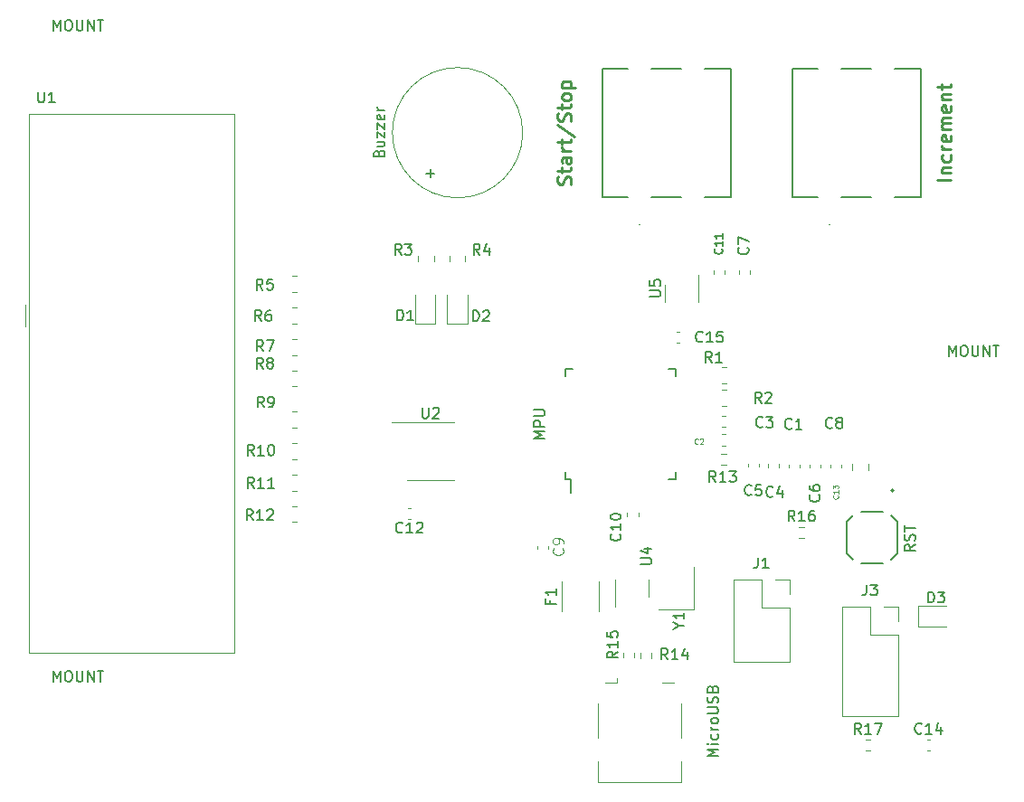
<source format=gbr>
%TF.GenerationSoftware,KiCad,Pcbnew,(7.0.0)*%
%TF.CreationDate,2023-04-20T13:17:43-06:00*%
%TF.ProjectId,Phase_B_ATMEGA_Considine_Final,50686173-655f-4425-9f41-544d4547415f,rev?*%
%TF.SameCoordinates,Original*%
%TF.FileFunction,Legend,Top*%
%TF.FilePolarity,Positive*%
%FSLAX46Y46*%
G04 Gerber Fmt 4.6, Leading zero omitted, Abs format (unit mm)*
G04 Created by KiCad (PCBNEW (7.0.0)) date 2023-04-20 13:17:43*
%MOMM*%
%LPD*%
G01*
G04 APERTURE LIST*
%ADD10C,0.100000*%
%ADD11C,0.150000*%
%ADD12C,0.125000*%
%ADD13C,0.254000*%
%ADD14C,0.120000*%
%ADD15C,0.200000*%
%ADD16C,0.127000*%
G04 APERTURE END LIST*
D10*
X149508541Y-103075173D02*
X149556160Y-103122792D01*
X149556160Y-103122792D02*
X149603779Y-103265649D01*
X149603779Y-103265649D02*
X149603779Y-103360887D01*
X149603779Y-103360887D02*
X149556160Y-103503744D01*
X149556160Y-103503744D02*
X149460922Y-103598982D01*
X149460922Y-103598982D02*
X149365684Y-103646601D01*
X149365684Y-103646601D02*
X149175208Y-103694220D01*
X149175208Y-103694220D02*
X149032351Y-103694220D01*
X149032351Y-103694220D02*
X148841875Y-103646601D01*
X148841875Y-103646601D02*
X148746637Y-103598982D01*
X148746637Y-103598982D02*
X148651399Y-103503744D01*
X148651399Y-103503744D02*
X148603779Y-103360887D01*
X148603779Y-103360887D02*
X148603779Y-103265649D01*
X148603779Y-103265649D02*
X148651399Y-103122792D01*
X148651399Y-103122792D02*
X148699018Y-103075173D01*
X149603779Y-102598982D02*
X149603779Y-102408506D01*
X149603779Y-102408506D02*
X149556160Y-102313268D01*
X149556160Y-102313268D02*
X149508541Y-102265649D01*
X149508541Y-102265649D02*
X149365684Y-102170411D01*
X149365684Y-102170411D02*
X149175208Y-102122792D01*
X149175208Y-102122792D02*
X148794256Y-102122792D01*
X148794256Y-102122792D02*
X148699018Y-102170411D01*
X148699018Y-102170411D02*
X148651399Y-102218030D01*
X148651399Y-102218030D02*
X148603779Y-102313268D01*
X148603779Y-102313268D02*
X148603779Y-102503744D01*
X148603779Y-102503744D02*
X148651399Y-102598982D01*
X148651399Y-102598982D02*
X148699018Y-102646601D01*
X148699018Y-102646601D02*
X148794256Y-102694220D01*
X148794256Y-102694220D02*
X149032351Y-102694220D01*
X149032351Y-102694220D02*
X149127589Y-102646601D01*
X149127589Y-102646601D02*
X149175208Y-102598982D01*
X149175208Y-102598982D02*
X149222827Y-102503744D01*
X149222827Y-102503744D02*
X149222827Y-102313268D01*
X149222827Y-102313268D02*
X149175208Y-102218030D01*
X149175208Y-102218030D02*
X149127589Y-102170411D01*
X149127589Y-102170411D02*
X149032351Y-102122792D01*
D11*
%TO.C,R3*%
X134430597Y-75580489D02*
X134097264Y-75104299D01*
X133859169Y-75580489D02*
X133859169Y-74580489D01*
X133859169Y-74580489D02*
X134240121Y-74580489D01*
X134240121Y-74580489D02*
X134335359Y-74628109D01*
X134335359Y-74628109D02*
X134382978Y-74675728D01*
X134382978Y-74675728D02*
X134430597Y-74770966D01*
X134430597Y-74770966D02*
X134430597Y-74913823D01*
X134430597Y-74913823D02*
X134382978Y-75009061D01*
X134382978Y-75009061D02*
X134335359Y-75056680D01*
X134335359Y-75056680D02*
X134240121Y-75104299D01*
X134240121Y-75104299D02*
X133859169Y-75104299D01*
X134763931Y-74580489D02*
X135382978Y-74580489D01*
X135382978Y-74580489D02*
X135049645Y-74961442D01*
X135049645Y-74961442D02*
X135192502Y-74961442D01*
X135192502Y-74961442D02*
X135287740Y-75009061D01*
X135287740Y-75009061D02*
X135335359Y-75056680D01*
X135335359Y-75056680D02*
X135382978Y-75151918D01*
X135382978Y-75151918D02*
X135382978Y-75390013D01*
X135382978Y-75390013D02*
X135335359Y-75485251D01*
X135335359Y-75485251D02*
X135287740Y-75532870D01*
X135287740Y-75532870D02*
X135192502Y-75580489D01*
X135192502Y-75580489D02*
X134906788Y-75580489D01*
X134906788Y-75580489D02*
X134811550Y-75532870D01*
X134811550Y-75532870D02*
X134763931Y-75485251D01*
%TO.C,J1*%
X167819166Y-103932380D02*
X167819166Y-104646666D01*
X167819166Y-104646666D02*
X167771547Y-104789523D01*
X167771547Y-104789523D02*
X167676309Y-104884761D01*
X167676309Y-104884761D02*
X167533452Y-104932380D01*
X167533452Y-104932380D02*
X167438214Y-104932380D01*
X168819166Y-104932380D02*
X168247738Y-104932380D01*
X168533452Y-104932380D02*
X168533452Y-103932380D01*
X168533452Y-103932380D02*
X168438214Y-104075238D01*
X168438214Y-104075238D02*
X168342976Y-104170476D01*
X168342976Y-104170476D02*
X168247738Y-104218095D01*
D12*
%TO.C,C13*%
X175278246Y-98114524D02*
X175302055Y-98138333D01*
X175302055Y-98138333D02*
X175325865Y-98209762D01*
X175325865Y-98209762D02*
X175325865Y-98257381D01*
X175325865Y-98257381D02*
X175302055Y-98328809D01*
X175302055Y-98328809D02*
X175254436Y-98376428D01*
X175254436Y-98376428D02*
X175206817Y-98400238D01*
X175206817Y-98400238D02*
X175111579Y-98424047D01*
X175111579Y-98424047D02*
X175040151Y-98424047D01*
X175040151Y-98424047D02*
X174944913Y-98400238D01*
X174944913Y-98400238D02*
X174897294Y-98376428D01*
X174897294Y-98376428D02*
X174849675Y-98328809D01*
X174849675Y-98328809D02*
X174825865Y-98257381D01*
X174825865Y-98257381D02*
X174825865Y-98209762D01*
X174825865Y-98209762D02*
X174849675Y-98138333D01*
X174849675Y-98138333D02*
X174873484Y-98114524D01*
X175325865Y-97638333D02*
X175325865Y-97924047D01*
X175325865Y-97781190D02*
X174825865Y-97781190D01*
X174825865Y-97781190D02*
X174897294Y-97828809D01*
X174897294Y-97828809D02*
X174944913Y-97876428D01*
X174944913Y-97876428D02*
X174968722Y-97924047D01*
X174825865Y-97471667D02*
X174825865Y-97162143D01*
X174825865Y-97162143D02*
X175016341Y-97328810D01*
X175016341Y-97328810D02*
X175016341Y-97257381D01*
X175016341Y-97257381D02*
X175040151Y-97209762D01*
X175040151Y-97209762D02*
X175063960Y-97185953D01*
X175063960Y-97185953D02*
X175111579Y-97162143D01*
X175111579Y-97162143D02*
X175230627Y-97162143D01*
X175230627Y-97162143D02*
X175278246Y-97185953D01*
X175278246Y-97185953D02*
X175302055Y-97209762D01*
X175302055Y-97209762D02*
X175325865Y-97257381D01*
X175325865Y-97257381D02*
X175325865Y-97400238D01*
X175325865Y-97400238D02*
X175302055Y-97447857D01*
X175302055Y-97447857D02*
X175278246Y-97471667D01*
D11*
%TO.C,C5*%
X167200526Y-98019770D02*
X167152907Y-98067389D01*
X167152907Y-98067389D02*
X167010050Y-98115008D01*
X167010050Y-98115008D02*
X166914812Y-98115008D01*
X166914812Y-98115008D02*
X166771955Y-98067389D01*
X166771955Y-98067389D02*
X166676717Y-97972151D01*
X166676717Y-97972151D02*
X166629098Y-97876913D01*
X166629098Y-97876913D02*
X166581479Y-97686437D01*
X166581479Y-97686437D02*
X166581479Y-97543580D01*
X166581479Y-97543580D02*
X166629098Y-97353104D01*
X166629098Y-97353104D02*
X166676717Y-97257866D01*
X166676717Y-97257866D02*
X166771955Y-97162628D01*
X166771955Y-97162628D02*
X166914812Y-97115008D01*
X166914812Y-97115008D02*
X167010050Y-97115008D01*
X167010050Y-97115008D02*
X167152907Y-97162628D01*
X167152907Y-97162628D02*
X167200526Y-97210247D01*
X168105288Y-97115008D02*
X167629098Y-97115008D01*
X167629098Y-97115008D02*
X167581479Y-97591199D01*
X167581479Y-97591199D02*
X167629098Y-97543580D01*
X167629098Y-97543580D02*
X167724336Y-97495961D01*
X167724336Y-97495961D02*
X167962431Y-97495961D01*
X167962431Y-97495961D02*
X168057669Y-97543580D01*
X168057669Y-97543580D02*
X168105288Y-97591199D01*
X168105288Y-97591199D02*
X168152907Y-97686437D01*
X168152907Y-97686437D02*
X168152907Y-97924532D01*
X168152907Y-97924532D02*
X168105288Y-98019770D01*
X168105288Y-98019770D02*
X168057669Y-98067389D01*
X168057669Y-98067389D02*
X167962431Y-98115008D01*
X167962431Y-98115008D02*
X167724336Y-98115008D01*
X167724336Y-98115008D02*
X167629098Y-98067389D01*
X167629098Y-98067389D02*
X167581479Y-98019770D01*
%TO.C,R17*%
X177472542Y-120437880D02*
X177139209Y-119961690D01*
X176901114Y-120437880D02*
X176901114Y-119437880D01*
X176901114Y-119437880D02*
X177282066Y-119437880D01*
X177282066Y-119437880D02*
X177377304Y-119485500D01*
X177377304Y-119485500D02*
X177424923Y-119533119D01*
X177424923Y-119533119D02*
X177472542Y-119628357D01*
X177472542Y-119628357D02*
X177472542Y-119771214D01*
X177472542Y-119771214D02*
X177424923Y-119866452D01*
X177424923Y-119866452D02*
X177377304Y-119914071D01*
X177377304Y-119914071D02*
X177282066Y-119961690D01*
X177282066Y-119961690D02*
X176901114Y-119961690D01*
X178424923Y-120437880D02*
X177853495Y-120437880D01*
X178139209Y-120437880D02*
X178139209Y-119437880D01*
X178139209Y-119437880D02*
X178043971Y-119580738D01*
X178043971Y-119580738D02*
X177948733Y-119675976D01*
X177948733Y-119675976D02*
X177853495Y-119723595D01*
X178758257Y-119437880D02*
X179424923Y-119437880D01*
X179424923Y-119437880D02*
X178996352Y-120437880D01*
%TO.C,R1*%
X163505862Y-85672852D02*
X163172529Y-85196662D01*
X162934434Y-85672852D02*
X162934434Y-84672852D01*
X162934434Y-84672852D02*
X163315386Y-84672852D01*
X163315386Y-84672852D02*
X163410624Y-84720472D01*
X163410624Y-84720472D02*
X163458243Y-84768091D01*
X163458243Y-84768091D02*
X163505862Y-84863329D01*
X163505862Y-84863329D02*
X163505862Y-85006186D01*
X163505862Y-85006186D02*
X163458243Y-85101424D01*
X163458243Y-85101424D02*
X163410624Y-85149043D01*
X163410624Y-85149043D02*
X163315386Y-85196662D01*
X163315386Y-85196662D02*
X162934434Y-85196662D01*
X164458243Y-85672852D02*
X163886815Y-85672852D01*
X164172529Y-85672852D02*
X164172529Y-84672852D01*
X164172529Y-84672852D02*
X164077291Y-84815710D01*
X164077291Y-84815710D02*
X163982053Y-84910948D01*
X163982053Y-84910948D02*
X163886815Y-84958567D01*
%TO.C,MicroUSB*%
X164086816Y-122542822D02*
X163086816Y-122542822D01*
X163086816Y-122542822D02*
X163801102Y-122209489D01*
X163801102Y-122209489D02*
X163086816Y-121876156D01*
X163086816Y-121876156D02*
X164086816Y-121876156D01*
X164086816Y-121399965D02*
X163420150Y-121399965D01*
X163086816Y-121399965D02*
X163134436Y-121447584D01*
X163134436Y-121447584D02*
X163182055Y-121399965D01*
X163182055Y-121399965D02*
X163134436Y-121352346D01*
X163134436Y-121352346D02*
X163086816Y-121399965D01*
X163086816Y-121399965D02*
X163182055Y-121399965D01*
X164039197Y-120495204D02*
X164086816Y-120590442D01*
X164086816Y-120590442D02*
X164086816Y-120780918D01*
X164086816Y-120780918D02*
X164039197Y-120876156D01*
X164039197Y-120876156D02*
X163991578Y-120923775D01*
X163991578Y-120923775D02*
X163896340Y-120971394D01*
X163896340Y-120971394D02*
X163610626Y-120971394D01*
X163610626Y-120971394D02*
X163515388Y-120923775D01*
X163515388Y-120923775D02*
X163467769Y-120876156D01*
X163467769Y-120876156D02*
X163420150Y-120780918D01*
X163420150Y-120780918D02*
X163420150Y-120590442D01*
X163420150Y-120590442D02*
X163467769Y-120495204D01*
X164086816Y-120066632D02*
X163420150Y-120066632D01*
X163610626Y-120066632D02*
X163515388Y-120019013D01*
X163515388Y-120019013D02*
X163467769Y-119971394D01*
X163467769Y-119971394D02*
X163420150Y-119876156D01*
X163420150Y-119876156D02*
X163420150Y-119780918D01*
X164086816Y-119304727D02*
X164039197Y-119399965D01*
X164039197Y-119399965D02*
X163991578Y-119447584D01*
X163991578Y-119447584D02*
X163896340Y-119495203D01*
X163896340Y-119495203D02*
X163610626Y-119495203D01*
X163610626Y-119495203D02*
X163515388Y-119447584D01*
X163515388Y-119447584D02*
X163467769Y-119399965D01*
X163467769Y-119399965D02*
X163420150Y-119304727D01*
X163420150Y-119304727D02*
X163420150Y-119161870D01*
X163420150Y-119161870D02*
X163467769Y-119066632D01*
X163467769Y-119066632D02*
X163515388Y-119019013D01*
X163515388Y-119019013D02*
X163610626Y-118971394D01*
X163610626Y-118971394D02*
X163896340Y-118971394D01*
X163896340Y-118971394D02*
X163991578Y-119019013D01*
X163991578Y-119019013D02*
X164039197Y-119066632D01*
X164039197Y-119066632D02*
X164086816Y-119161870D01*
X164086816Y-119161870D02*
X164086816Y-119304727D01*
X163086816Y-118542822D02*
X163896340Y-118542822D01*
X163896340Y-118542822D02*
X163991578Y-118495203D01*
X163991578Y-118495203D02*
X164039197Y-118447584D01*
X164039197Y-118447584D02*
X164086816Y-118352346D01*
X164086816Y-118352346D02*
X164086816Y-118161870D01*
X164086816Y-118161870D02*
X164039197Y-118066632D01*
X164039197Y-118066632D02*
X163991578Y-118019013D01*
X163991578Y-118019013D02*
X163896340Y-117971394D01*
X163896340Y-117971394D02*
X163086816Y-117971394D01*
X164039197Y-117542822D02*
X164086816Y-117399965D01*
X164086816Y-117399965D02*
X164086816Y-117161870D01*
X164086816Y-117161870D02*
X164039197Y-117066632D01*
X164039197Y-117066632D02*
X163991578Y-117019013D01*
X163991578Y-117019013D02*
X163896340Y-116971394D01*
X163896340Y-116971394D02*
X163801102Y-116971394D01*
X163801102Y-116971394D02*
X163705864Y-117019013D01*
X163705864Y-117019013D02*
X163658245Y-117066632D01*
X163658245Y-117066632D02*
X163610626Y-117161870D01*
X163610626Y-117161870D02*
X163563007Y-117352346D01*
X163563007Y-117352346D02*
X163515388Y-117447584D01*
X163515388Y-117447584D02*
X163467769Y-117495203D01*
X163467769Y-117495203D02*
X163372531Y-117542822D01*
X163372531Y-117542822D02*
X163277293Y-117542822D01*
X163277293Y-117542822D02*
X163182055Y-117495203D01*
X163182055Y-117495203D02*
X163134436Y-117447584D01*
X163134436Y-117447584D02*
X163086816Y-117352346D01*
X163086816Y-117352346D02*
X163086816Y-117114251D01*
X163086816Y-117114251D02*
X163134436Y-116971394D01*
X163563007Y-116209489D02*
X163610626Y-116066632D01*
X163610626Y-116066632D02*
X163658245Y-116019013D01*
X163658245Y-116019013D02*
X163753483Y-115971394D01*
X163753483Y-115971394D02*
X163896340Y-115971394D01*
X163896340Y-115971394D02*
X163991578Y-116019013D01*
X163991578Y-116019013D02*
X164039197Y-116066632D01*
X164039197Y-116066632D02*
X164086816Y-116161870D01*
X164086816Y-116161870D02*
X164086816Y-116542822D01*
X164086816Y-116542822D02*
X163086816Y-116542822D01*
X163086816Y-116542822D02*
X163086816Y-116209489D01*
X163086816Y-116209489D02*
X163134436Y-116114251D01*
X163134436Y-116114251D02*
X163182055Y-116066632D01*
X163182055Y-116066632D02*
X163277293Y-116019013D01*
X163277293Y-116019013D02*
X163372531Y-116019013D01*
X163372531Y-116019013D02*
X163467769Y-116066632D01*
X163467769Y-116066632D02*
X163515388Y-116114251D01*
X163515388Y-116114251D02*
X163563007Y-116209489D01*
X163563007Y-116209489D02*
X163563007Y-116542822D01*
%TO.C,U5*%
X157702868Y-79501903D02*
X158512392Y-79501903D01*
X158512392Y-79501903D02*
X158607630Y-79454284D01*
X158607630Y-79454284D02*
X158655249Y-79406665D01*
X158655249Y-79406665D02*
X158702868Y-79311427D01*
X158702868Y-79311427D02*
X158702868Y-79120951D01*
X158702868Y-79120951D02*
X158655249Y-79025713D01*
X158655249Y-79025713D02*
X158607630Y-78978094D01*
X158607630Y-78978094D02*
X158512392Y-78930475D01*
X158512392Y-78930475D02*
X157702868Y-78930475D01*
X157702868Y-77978094D02*
X157702868Y-78454284D01*
X157702868Y-78454284D02*
X158179059Y-78501903D01*
X158179059Y-78501903D02*
X158131440Y-78454284D01*
X158131440Y-78454284D02*
X158083821Y-78359046D01*
X158083821Y-78359046D02*
X158083821Y-78120951D01*
X158083821Y-78120951D02*
X158131440Y-78025713D01*
X158131440Y-78025713D02*
X158179059Y-77978094D01*
X158179059Y-77978094D02*
X158274297Y-77930475D01*
X158274297Y-77930475D02*
X158512392Y-77930475D01*
X158512392Y-77930475D02*
X158607630Y-77978094D01*
X158607630Y-77978094D02*
X158655249Y-78025713D01*
X158655249Y-78025713D02*
X158702868Y-78120951D01*
X158702868Y-78120951D02*
X158702868Y-78359046D01*
X158702868Y-78359046D02*
X158655249Y-78454284D01*
X158655249Y-78454284D02*
X158607630Y-78501903D01*
%TO.C,R6*%
X121337043Y-81773319D02*
X121003710Y-81297129D01*
X120765615Y-81773319D02*
X120765615Y-80773319D01*
X120765615Y-80773319D02*
X121146567Y-80773319D01*
X121146567Y-80773319D02*
X121241805Y-80820939D01*
X121241805Y-80820939D02*
X121289424Y-80868558D01*
X121289424Y-80868558D02*
X121337043Y-80963796D01*
X121337043Y-80963796D02*
X121337043Y-81106653D01*
X121337043Y-81106653D02*
X121289424Y-81201891D01*
X121289424Y-81201891D02*
X121241805Y-81249510D01*
X121241805Y-81249510D02*
X121146567Y-81297129D01*
X121146567Y-81297129D02*
X120765615Y-81297129D01*
X122194186Y-80773319D02*
X122003710Y-80773319D01*
X122003710Y-80773319D02*
X121908472Y-80820939D01*
X121908472Y-80820939D02*
X121860853Y-80868558D01*
X121860853Y-80868558D02*
X121765615Y-81011415D01*
X121765615Y-81011415D02*
X121717996Y-81201891D01*
X121717996Y-81201891D02*
X121717996Y-81582843D01*
X121717996Y-81582843D02*
X121765615Y-81678081D01*
X121765615Y-81678081D02*
X121813234Y-81725700D01*
X121813234Y-81725700D02*
X121908472Y-81773319D01*
X121908472Y-81773319D02*
X122098948Y-81773319D01*
X122098948Y-81773319D02*
X122194186Y-81725700D01*
X122194186Y-81725700D02*
X122241805Y-81678081D01*
X122241805Y-81678081D02*
X122289424Y-81582843D01*
X122289424Y-81582843D02*
X122289424Y-81344748D01*
X122289424Y-81344748D02*
X122241805Y-81249510D01*
X122241805Y-81249510D02*
X122194186Y-81201891D01*
X122194186Y-81201891D02*
X122098948Y-81154272D01*
X122098948Y-81154272D02*
X121908472Y-81154272D01*
X121908472Y-81154272D02*
X121813234Y-81201891D01*
X121813234Y-81201891D02*
X121765615Y-81249510D01*
X121765615Y-81249510D02*
X121717996Y-81344748D01*
%TO.C,F1*%
X148381971Y-107913933D02*
X148381971Y-108247266D01*
X148905780Y-108247266D02*
X147905780Y-108247266D01*
X147905780Y-108247266D02*
X147905780Y-107771076D01*
X148905780Y-106866314D02*
X148905780Y-107437742D01*
X148905780Y-107152028D02*
X147905780Y-107152028D01*
X147905780Y-107152028D02*
X148048638Y-107247266D01*
X148048638Y-107247266D02*
X148143876Y-107342504D01*
X148143876Y-107342504D02*
X148191495Y-107437742D01*
%TO.C,MPU*%
X147857380Y-92797142D02*
X146857380Y-92797142D01*
X146857380Y-92797142D02*
X147571666Y-92463809D01*
X147571666Y-92463809D02*
X146857380Y-92130476D01*
X146857380Y-92130476D02*
X147857380Y-92130476D01*
X147857380Y-91654285D02*
X146857380Y-91654285D01*
X146857380Y-91654285D02*
X146857380Y-91273333D01*
X146857380Y-91273333D02*
X146905000Y-91178095D01*
X146905000Y-91178095D02*
X146952619Y-91130476D01*
X146952619Y-91130476D02*
X147047857Y-91082857D01*
X147047857Y-91082857D02*
X147190714Y-91082857D01*
X147190714Y-91082857D02*
X147285952Y-91130476D01*
X147285952Y-91130476D02*
X147333571Y-91178095D01*
X147333571Y-91178095D02*
X147381190Y-91273333D01*
X147381190Y-91273333D02*
X147381190Y-91654285D01*
X146857380Y-90654285D02*
X147666904Y-90654285D01*
X147666904Y-90654285D02*
X147762142Y-90606666D01*
X147762142Y-90606666D02*
X147809761Y-90559047D01*
X147809761Y-90559047D02*
X147857380Y-90463809D01*
X147857380Y-90463809D02*
X147857380Y-90273333D01*
X147857380Y-90273333D02*
X147809761Y-90178095D01*
X147809761Y-90178095D02*
X147762142Y-90130476D01*
X147762142Y-90130476D02*
X147666904Y-90082857D01*
X147666904Y-90082857D02*
X146857380Y-90082857D01*
%TO.C,D1*%
X134046770Y-81733787D02*
X134046770Y-80733787D01*
X134046770Y-80733787D02*
X134284865Y-80733787D01*
X134284865Y-80733787D02*
X134427722Y-80781407D01*
X134427722Y-80781407D02*
X134522960Y-80876645D01*
X134522960Y-80876645D02*
X134570579Y-80971883D01*
X134570579Y-80971883D02*
X134618198Y-81162359D01*
X134618198Y-81162359D02*
X134618198Y-81305216D01*
X134618198Y-81305216D02*
X134570579Y-81495692D01*
X134570579Y-81495692D02*
X134522960Y-81590930D01*
X134522960Y-81590930D02*
X134427722Y-81686168D01*
X134427722Y-81686168D02*
X134284865Y-81733787D01*
X134284865Y-81733787D02*
X134046770Y-81733787D01*
X135570579Y-81733787D02*
X134999151Y-81733787D01*
X135284865Y-81733787D02*
X135284865Y-80733787D01*
X135284865Y-80733787D02*
X135189627Y-80876645D01*
X135189627Y-80876645D02*
X135094389Y-80971883D01*
X135094389Y-80971883D02*
X134999151Y-81019502D01*
%TO.C,C3*%
X168246284Y-91654288D02*
X168198665Y-91701907D01*
X168198665Y-91701907D02*
X168055808Y-91749526D01*
X168055808Y-91749526D02*
X167960570Y-91749526D01*
X167960570Y-91749526D02*
X167817713Y-91701907D01*
X167817713Y-91701907D02*
X167722475Y-91606669D01*
X167722475Y-91606669D02*
X167674856Y-91511431D01*
X167674856Y-91511431D02*
X167627237Y-91320955D01*
X167627237Y-91320955D02*
X167627237Y-91178098D01*
X167627237Y-91178098D02*
X167674856Y-90987622D01*
X167674856Y-90987622D02*
X167722475Y-90892384D01*
X167722475Y-90892384D02*
X167817713Y-90797146D01*
X167817713Y-90797146D02*
X167960570Y-90749526D01*
X167960570Y-90749526D02*
X168055808Y-90749526D01*
X168055808Y-90749526D02*
X168198665Y-90797146D01*
X168198665Y-90797146D02*
X168246284Y-90844765D01*
X168579618Y-90749526D02*
X169198665Y-90749526D01*
X169198665Y-90749526D02*
X168865332Y-91130479D01*
X168865332Y-91130479D02*
X169008189Y-91130479D01*
X169008189Y-91130479D02*
X169103427Y-91178098D01*
X169103427Y-91178098D02*
X169151046Y-91225717D01*
X169151046Y-91225717D02*
X169198665Y-91320955D01*
X169198665Y-91320955D02*
X169198665Y-91559050D01*
X169198665Y-91559050D02*
X169151046Y-91654288D01*
X169151046Y-91654288D02*
X169103427Y-91701907D01*
X169103427Y-91701907D02*
X169008189Y-91749526D01*
X169008189Y-91749526D02*
X168722475Y-91749526D01*
X168722475Y-91749526D02*
X168627237Y-91701907D01*
X168627237Y-91701907D02*
X168579618Y-91654288D01*
%TO.C,U1*%
X100438095Y-60337380D02*
X100438095Y-61146904D01*
X100438095Y-61146904D02*
X100485714Y-61242142D01*
X100485714Y-61242142D02*
X100533333Y-61289761D01*
X100533333Y-61289761D02*
X100628571Y-61337380D01*
X100628571Y-61337380D02*
X100819047Y-61337380D01*
X100819047Y-61337380D02*
X100914285Y-61289761D01*
X100914285Y-61289761D02*
X100961904Y-61242142D01*
X100961904Y-61242142D02*
X101009523Y-61146904D01*
X101009523Y-61146904D02*
X101009523Y-60337380D01*
X102009523Y-61337380D02*
X101438095Y-61337380D01*
X101723809Y-61337380D02*
X101723809Y-60337380D01*
X101723809Y-60337380D02*
X101628571Y-60480238D01*
X101628571Y-60480238D02*
X101533333Y-60575476D01*
X101533333Y-60575476D02*
X101438095Y-60623095D01*
%TO.C,C15*%
X162633972Y-83679751D02*
X162586353Y-83727370D01*
X162586353Y-83727370D02*
X162443496Y-83774989D01*
X162443496Y-83774989D02*
X162348258Y-83774989D01*
X162348258Y-83774989D02*
X162205401Y-83727370D01*
X162205401Y-83727370D02*
X162110163Y-83632132D01*
X162110163Y-83632132D02*
X162062544Y-83536894D01*
X162062544Y-83536894D02*
X162014925Y-83346418D01*
X162014925Y-83346418D02*
X162014925Y-83203561D01*
X162014925Y-83203561D02*
X162062544Y-83013085D01*
X162062544Y-83013085D02*
X162110163Y-82917847D01*
X162110163Y-82917847D02*
X162205401Y-82822609D01*
X162205401Y-82822609D02*
X162348258Y-82774989D01*
X162348258Y-82774989D02*
X162443496Y-82774989D01*
X162443496Y-82774989D02*
X162586353Y-82822609D01*
X162586353Y-82822609D02*
X162633972Y-82870228D01*
X163586353Y-83774989D02*
X163014925Y-83774989D01*
X163300639Y-83774989D02*
X163300639Y-82774989D01*
X163300639Y-82774989D02*
X163205401Y-82917847D01*
X163205401Y-82917847D02*
X163110163Y-83013085D01*
X163110163Y-83013085D02*
X163014925Y-83060704D01*
X164491115Y-82774989D02*
X164014925Y-82774989D01*
X164014925Y-82774989D02*
X163967306Y-83251180D01*
X163967306Y-83251180D02*
X164014925Y-83203561D01*
X164014925Y-83203561D02*
X164110163Y-83155942D01*
X164110163Y-83155942D02*
X164348258Y-83155942D01*
X164348258Y-83155942D02*
X164443496Y-83203561D01*
X164443496Y-83203561D02*
X164491115Y-83251180D01*
X164491115Y-83251180D02*
X164538734Y-83346418D01*
X164538734Y-83346418D02*
X164538734Y-83584513D01*
X164538734Y-83584513D02*
X164491115Y-83679751D01*
X164491115Y-83679751D02*
X164443496Y-83727370D01*
X164443496Y-83727370D02*
X164348258Y-83774989D01*
X164348258Y-83774989D02*
X164110163Y-83774989D01*
X164110163Y-83774989D02*
X164014925Y-83727370D01*
X164014925Y-83727370D02*
X163967306Y-83679751D01*
%TO.C,U2*%
X136398095Y-89897380D02*
X136398095Y-90706904D01*
X136398095Y-90706904D02*
X136445714Y-90802142D01*
X136445714Y-90802142D02*
X136493333Y-90849761D01*
X136493333Y-90849761D02*
X136588571Y-90897380D01*
X136588571Y-90897380D02*
X136779047Y-90897380D01*
X136779047Y-90897380D02*
X136874285Y-90849761D01*
X136874285Y-90849761D02*
X136921904Y-90802142D01*
X136921904Y-90802142D02*
X136969523Y-90706904D01*
X136969523Y-90706904D02*
X136969523Y-89897380D01*
X137398095Y-89992619D02*
X137445714Y-89945000D01*
X137445714Y-89945000D02*
X137540952Y-89897380D01*
X137540952Y-89897380D02*
X137779047Y-89897380D01*
X137779047Y-89897380D02*
X137874285Y-89945000D01*
X137874285Y-89945000D02*
X137921904Y-89992619D01*
X137921904Y-89992619D02*
X137969523Y-90087857D01*
X137969523Y-90087857D02*
X137969523Y-90183095D01*
X137969523Y-90183095D02*
X137921904Y-90325952D01*
X137921904Y-90325952D02*
X137350476Y-90897380D01*
X137350476Y-90897380D02*
X137969523Y-90897380D01*
D13*
%TO.C,Increment*%
X185886573Y-68539523D02*
X184616573Y-68539523D01*
X185039907Y-67934761D02*
X185886573Y-67934761D01*
X185160859Y-67934761D02*
X185100383Y-67874284D01*
X185100383Y-67874284D02*
X185039907Y-67753332D01*
X185039907Y-67753332D02*
X185039907Y-67571903D01*
X185039907Y-67571903D02*
X185100383Y-67450951D01*
X185100383Y-67450951D02*
X185221335Y-67390475D01*
X185221335Y-67390475D02*
X185886573Y-67390475D01*
X185826097Y-66241427D02*
X185886573Y-66362379D01*
X185886573Y-66362379D02*
X185886573Y-66604284D01*
X185886573Y-66604284D02*
X185826097Y-66725236D01*
X185826097Y-66725236D02*
X185765621Y-66785713D01*
X185765621Y-66785713D02*
X185644669Y-66846189D01*
X185644669Y-66846189D02*
X185281811Y-66846189D01*
X185281811Y-66846189D02*
X185160859Y-66785713D01*
X185160859Y-66785713D02*
X185100383Y-66725236D01*
X185100383Y-66725236D02*
X185039907Y-66604284D01*
X185039907Y-66604284D02*
X185039907Y-66362379D01*
X185039907Y-66362379D02*
X185100383Y-66241427D01*
X185886573Y-65697142D02*
X185039907Y-65697142D01*
X185281811Y-65697142D02*
X185160859Y-65636665D01*
X185160859Y-65636665D02*
X185100383Y-65576189D01*
X185100383Y-65576189D02*
X185039907Y-65455237D01*
X185039907Y-65455237D02*
X185039907Y-65334284D01*
X185826097Y-64427142D02*
X185886573Y-64548094D01*
X185886573Y-64548094D02*
X185886573Y-64789999D01*
X185886573Y-64789999D02*
X185826097Y-64910952D01*
X185826097Y-64910952D02*
X185705145Y-64971428D01*
X185705145Y-64971428D02*
X185221335Y-64971428D01*
X185221335Y-64971428D02*
X185100383Y-64910952D01*
X185100383Y-64910952D02*
X185039907Y-64789999D01*
X185039907Y-64789999D02*
X185039907Y-64548094D01*
X185039907Y-64548094D02*
X185100383Y-64427142D01*
X185100383Y-64427142D02*
X185221335Y-64366666D01*
X185221335Y-64366666D02*
X185342288Y-64366666D01*
X185342288Y-64366666D02*
X185463240Y-64971428D01*
X185886573Y-63822381D02*
X185039907Y-63822381D01*
X185160859Y-63822381D02*
X185100383Y-63761904D01*
X185100383Y-63761904D02*
X185039907Y-63640952D01*
X185039907Y-63640952D02*
X185039907Y-63459523D01*
X185039907Y-63459523D02*
X185100383Y-63338571D01*
X185100383Y-63338571D02*
X185221335Y-63278095D01*
X185221335Y-63278095D02*
X185886573Y-63278095D01*
X185221335Y-63278095D02*
X185100383Y-63217619D01*
X185100383Y-63217619D02*
X185039907Y-63096666D01*
X185039907Y-63096666D02*
X185039907Y-62915238D01*
X185039907Y-62915238D02*
X185100383Y-62794285D01*
X185100383Y-62794285D02*
X185221335Y-62733809D01*
X185221335Y-62733809D02*
X185886573Y-62733809D01*
X185826097Y-61645238D02*
X185886573Y-61766190D01*
X185886573Y-61766190D02*
X185886573Y-62008095D01*
X185886573Y-62008095D02*
X185826097Y-62129048D01*
X185826097Y-62129048D02*
X185705145Y-62189524D01*
X185705145Y-62189524D02*
X185221335Y-62189524D01*
X185221335Y-62189524D02*
X185100383Y-62129048D01*
X185100383Y-62129048D02*
X185039907Y-62008095D01*
X185039907Y-62008095D02*
X185039907Y-61766190D01*
X185039907Y-61766190D02*
X185100383Y-61645238D01*
X185100383Y-61645238D02*
X185221335Y-61584762D01*
X185221335Y-61584762D02*
X185342288Y-61584762D01*
X185342288Y-61584762D02*
X185463240Y-62189524D01*
X185039907Y-61040477D02*
X185886573Y-61040477D01*
X185160859Y-61040477D02*
X185100383Y-60980000D01*
X185100383Y-60980000D02*
X185039907Y-60859048D01*
X185039907Y-60859048D02*
X185039907Y-60677619D01*
X185039907Y-60677619D02*
X185100383Y-60556667D01*
X185100383Y-60556667D02*
X185221335Y-60496191D01*
X185221335Y-60496191D02*
X185886573Y-60496191D01*
X185039907Y-60072857D02*
X185039907Y-59589048D01*
X184616573Y-59891429D02*
X185705145Y-59891429D01*
X185705145Y-59891429D02*
X185826097Y-59830952D01*
X185826097Y-59830952D02*
X185886573Y-59710000D01*
X185886573Y-59710000D02*
X185886573Y-59589048D01*
D11*
%TO.C,C1*%
X170974348Y-91813425D02*
X170926729Y-91861044D01*
X170926729Y-91861044D02*
X170783872Y-91908663D01*
X170783872Y-91908663D02*
X170688634Y-91908663D01*
X170688634Y-91908663D02*
X170545777Y-91861044D01*
X170545777Y-91861044D02*
X170450539Y-91765806D01*
X170450539Y-91765806D02*
X170402920Y-91670568D01*
X170402920Y-91670568D02*
X170355301Y-91480092D01*
X170355301Y-91480092D02*
X170355301Y-91337235D01*
X170355301Y-91337235D02*
X170402920Y-91146759D01*
X170402920Y-91146759D02*
X170450539Y-91051521D01*
X170450539Y-91051521D02*
X170545777Y-90956283D01*
X170545777Y-90956283D02*
X170688634Y-90908663D01*
X170688634Y-90908663D02*
X170783872Y-90908663D01*
X170783872Y-90908663D02*
X170926729Y-90956283D01*
X170926729Y-90956283D02*
X170974348Y-91003902D01*
X171926729Y-91908663D02*
X171355301Y-91908663D01*
X171641015Y-91908663D02*
X171641015Y-90908663D01*
X171641015Y-90908663D02*
X171545777Y-91051521D01*
X171545777Y-91051521D02*
X171450539Y-91146759D01*
X171450539Y-91146759D02*
X171355301Y-91194378D01*
%TO.C,R16*%
X171252142Y-100537380D02*
X170918809Y-100061190D01*
X170680714Y-100537380D02*
X170680714Y-99537380D01*
X170680714Y-99537380D02*
X171061666Y-99537380D01*
X171061666Y-99537380D02*
X171156904Y-99585000D01*
X171156904Y-99585000D02*
X171204523Y-99632619D01*
X171204523Y-99632619D02*
X171252142Y-99727857D01*
X171252142Y-99727857D02*
X171252142Y-99870714D01*
X171252142Y-99870714D02*
X171204523Y-99965952D01*
X171204523Y-99965952D02*
X171156904Y-100013571D01*
X171156904Y-100013571D02*
X171061666Y-100061190D01*
X171061666Y-100061190D02*
X170680714Y-100061190D01*
X172204523Y-100537380D02*
X171633095Y-100537380D01*
X171918809Y-100537380D02*
X171918809Y-99537380D01*
X171918809Y-99537380D02*
X171823571Y-99680238D01*
X171823571Y-99680238D02*
X171728333Y-99775476D01*
X171728333Y-99775476D02*
X171633095Y-99823095D01*
X173061666Y-99537380D02*
X172871190Y-99537380D01*
X172871190Y-99537380D02*
X172775952Y-99585000D01*
X172775952Y-99585000D02*
X172728333Y-99632619D01*
X172728333Y-99632619D02*
X172633095Y-99775476D01*
X172633095Y-99775476D02*
X172585476Y-99965952D01*
X172585476Y-99965952D02*
X172585476Y-100346904D01*
X172585476Y-100346904D02*
X172633095Y-100442142D01*
X172633095Y-100442142D02*
X172680714Y-100489761D01*
X172680714Y-100489761D02*
X172775952Y-100537380D01*
X172775952Y-100537380D02*
X172966428Y-100537380D01*
X172966428Y-100537380D02*
X173061666Y-100489761D01*
X173061666Y-100489761D02*
X173109285Y-100442142D01*
X173109285Y-100442142D02*
X173156904Y-100346904D01*
X173156904Y-100346904D02*
X173156904Y-100108809D01*
X173156904Y-100108809D02*
X173109285Y-100013571D01*
X173109285Y-100013571D02*
X173061666Y-99965952D01*
X173061666Y-99965952D02*
X172966428Y-99918333D01*
X172966428Y-99918333D02*
X172775952Y-99918333D01*
X172775952Y-99918333D02*
X172680714Y-99965952D01*
X172680714Y-99965952D02*
X172633095Y-100013571D01*
X172633095Y-100013571D02*
X172585476Y-100108809D01*
%TO.C,MOUNT*%
X185674286Y-85067380D02*
X185674286Y-84067380D01*
X185674286Y-84067380D02*
X186007619Y-84781666D01*
X186007619Y-84781666D02*
X186340952Y-84067380D01*
X186340952Y-84067380D02*
X186340952Y-85067380D01*
X187007619Y-84067380D02*
X187198095Y-84067380D01*
X187198095Y-84067380D02*
X187293333Y-84115000D01*
X187293333Y-84115000D02*
X187388571Y-84210238D01*
X187388571Y-84210238D02*
X187436190Y-84400714D01*
X187436190Y-84400714D02*
X187436190Y-84734047D01*
X187436190Y-84734047D02*
X187388571Y-84924523D01*
X187388571Y-84924523D02*
X187293333Y-85019761D01*
X187293333Y-85019761D02*
X187198095Y-85067380D01*
X187198095Y-85067380D02*
X187007619Y-85067380D01*
X187007619Y-85067380D02*
X186912381Y-85019761D01*
X186912381Y-85019761D02*
X186817143Y-84924523D01*
X186817143Y-84924523D02*
X186769524Y-84734047D01*
X186769524Y-84734047D02*
X186769524Y-84400714D01*
X186769524Y-84400714D02*
X186817143Y-84210238D01*
X186817143Y-84210238D02*
X186912381Y-84115000D01*
X186912381Y-84115000D02*
X187007619Y-84067380D01*
X187864762Y-84067380D02*
X187864762Y-84876904D01*
X187864762Y-84876904D02*
X187912381Y-84972142D01*
X187912381Y-84972142D02*
X187960000Y-85019761D01*
X187960000Y-85019761D02*
X188055238Y-85067380D01*
X188055238Y-85067380D02*
X188245714Y-85067380D01*
X188245714Y-85067380D02*
X188340952Y-85019761D01*
X188340952Y-85019761D02*
X188388571Y-84972142D01*
X188388571Y-84972142D02*
X188436190Y-84876904D01*
X188436190Y-84876904D02*
X188436190Y-84067380D01*
X188912381Y-85067380D02*
X188912381Y-84067380D01*
X188912381Y-84067380D02*
X189483809Y-85067380D01*
X189483809Y-85067380D02*
X189483809Y-84067380D01*
X189817143Y-84067380D02*
X190388571Y-84067380D01*
X190102857Y-85067380D02*
X190102857Y-84067380D01*
X101854286Y-54587380D02*
X101854286Y-53587380D01*
X101854286Y-53587380D02*
X102187619Y-54301666D01*
X102187619Y-54301666D02*
X102520952Y-53587380D01*
X102520952Y-53587380D02*
X102520952Y-54587380D01*
X103187619Y-53587380D02*
X103378095Y-53587380D01*
X103378095Y-53587380D02*
X103473333Y-53635000D01*
X103473333Y-53635000D02*
X103568571Y-53730238D01*
X103568571Y-53730238D02*
X103616190Y-53920714D01*
X103616190Y-53920714D02*
X103616190Y-54254047D01*
X103616190Y-54254047D02*
X103568571Y-54444523D01*
X103568571Y-54444523D02*
X103473333Y-54539761D01*
X103473333Y-54539761D02*
X103378095Y-54587380D01*
X103378095Y-54587380D02*
X103187619Y-54587380D01*
X103187619Y-54587380D02*
X103092381Y-54539761D01*
X103092381Y-54539761D02*
X102997143Y-54444523D01*
X102997143Y-54444523D02*
X102949524Y-54254047D01*
X102949524Y-54254047D02*
X102949524Y-53920714D01*
X102949524Y-53920714D02*
X102997143Y-53730238D01*
X102997143Y-53730238D02*
X103092381Y-53635000D01*
X103092381Y-53635000D02*
X103187619Y-53587380D01*
X104044762Y-53587380D02*
X104044762Y-54396904D01*
X104044762Y-54396904D02*
X104092381Y-54492142D01*
X104092381Y-54492142D02*
X104140000Y-54539761D01*
X104140000Y-54539761D02*
X104235238Y-54587380D01*
X104235238Y-54587380D02*
X104425714Y-54587380D01*
X104425714Y-54587380D02*
X104520952Y-54539761D01*
X104520952Y-54539761D02*
X104568571Y-54492142D01*
X104568571Y-54492142D02*
X104616190Y-54396904D01*
X104616190Y-54396904D02*
X104616190Y-53587380D01*
X105092381Y-54587380D02*
X105092381Y-53587380D01*
X105092381Y-53587380D02*
X105663809Y-54587380D01*
X105663809Y-54587380D02*
X105663809Y-53587380D01*
X105997143Y-53587380D02*
X106568571Y-53587380D01*
X106282857Y-54587380D02*
X106282857Y-53587380D01*
X101854286Y-115547380D02*
X101854286Y-114547380D01*
X101854286Y-114547380D02*
X102187619Y-115261666D01*
X102187619Y-115261666D02*
X102520952Y-114547380D01*
X102520952Y-114547380D02*
X102520952Y-115547380D01*
X103187619Y-114547380D02*
X103378095Y-114547380D01*
X103378095Y-114547380D02*
X103473333Y-114595000D01*
X103473333Y-114595000D02*
X103568571Y-114690238D01*
X103568571Y-114690238D02*
X103616190Y-114880714D01*
X103616190Y-114880714D02*
X103616190Y-115214047D01*
X103616190Y-115214047D02*
X103568571Y-115404523D01*
X103568571Y-115404523D02*
X103473333Y-115499761D01*
X103473333Y-115499761D02*
X103378095Y-115547380D01*
X103378095Y-115547380D02*
X103187619Y-115547380D01*
X103187619Y-115547380D02*
X103092381Y-115499761D01*
X103092381Y-115499761D02*
X102997143Y-115404523D01*
X102997143Y-115404523D02*
X102949524Y-115214047D01*
X102949524Y-115214047D02*
X102949524Y-114880714D01*
X102949524Y-114880714D02*
X102997143Y-114690238D01*
X102997143Y-114690238D02*
X103092381Y-114595000D01*
X103092381Y-114595000D02*
X103187619Y-114547380D01*
X104044762Y-114547380D02*
X104044762Y-115356904D01*
X104044762Y-115356904D02*
X104092381Y-115452142D01*
X104092381Y-115452142D02*
X104140000Y-115499761D01*
X104140000Y-115499761D02*
X104235238Y-115547380D01*
X104235238Y-115547380D02*
X104425714Y-115547380D01*
X104425714Y-115547380D02*
X104520952Y-115499761D01*
X104520952Y-115499761D02*
X104568571Y-115452142D01*
X104568571Y-115452142D02*
X104616190Y-115356904D01*
X104616190Y-115356904D02*
X104616190Y-114547380D01*
X105092381Y-115547380D02*
X105092381Y-114547380D01*
X105092381Y-114547380D02*
X105663809Y-115547380D01*
X105663809Y-115547380D02*
X105663809Y-114547380D01*
X105997143Y-114547380D02*
X106568571Y-114547380D01*
X106282857Y-115547380D02*
X106282857Y-114547380D01*
%TO.C,C12*%
X134549942Y-101542942D02*
X134502323Y-101590561D01*
X134502323Y-101590561D02*
X134359466Y-101638180D01*
X134359466Y-101638180D02*
X134264228Y-101638180D01*
X134264228Y-101638180D02*
X134121371Y-101590561D01*
X134121371Y-101590561D02*
X134026133Y-101495323D01*
X134026133Y-101495323D02*
X133978514Y-101400085D01*
X133978514Y-101400085D02*
X133930895Y-101209609D01*
X133930895Y-101209609D02*
X133930895Y-101066752D01*
X133930895Y-101066752D02*
X133978514Y-100876276D01*
X133978514Y-100876276D02*
X134026133Y-100781038D01*
X134026133Y-100781038D02*
X134121371Y-100685800D01*
X134121371Y-100685800D02*
X134264228Y-100638180D01*
X134264228Y-100638180D02*
X134359466Y-100638180D01*
X134359466Y-100638180D02*
X134502323Y-100685800D01*
X134502323Y-100685800D02*
X134549942Y-100733419D01*
X135502323Y-101638180D02*
X134930895Y-101638180D01*
X135216609Y-101638180D02*
X135216609Y-100638180D01*
X135216609Y-100638180D02*
X135121371Y-100781038D01*
X135121371Y-100781038D02*
X135026133Y-100876276D01*
X135026133Y-100876276D02*
X134930895Y-100923895D01*
X135883276Y-100733419D02*
X135930895Y-100685800D01*
X135930895Y-100685800D02*
X136026133Y-100638180D01*
X136026133Y-100638180D02*
X136264228Y-100638180D01*
X136264228Y-100638180D02*
X136359466Y-100685800D01*
X136359466Y-100685800D02*
X136407085Y-100733419D01*
X136407085Y-100733419D02*
X136454704Y-100828657D01*
X136454704Y-100828657D02*
X136454704Y-100923895D01*
X136454704Y-100923895D02*
X136407085Y-101066752D01*
X136407085Y-101066752D02*
X135835657Y-101638180D01*
X135835657Y-101638180D02*
X136454704Y-101638180D01*
%TO.C,C8*%
X174762957Y-91736206D02*
X174715338Y-91783825D01*
X174715338Y-91783825D02*
X174572481Y-91831444D01*
X174572481Y-91831444D02*
X174477243Y-91831444D01*
X174477243Y-91831444D02*
X174334386Y-91783825D01*
X174334386Y-91783825D02*
X174239148Y-91688587D01*
X174239148Y-91688587D02*
X174191529Y-91593349D01*
X174191529Y-91593349D02*
X174143910Y-91402873D01*
X174143910Y-91402873D02*
X174143910Y-91260016D01*
X174143910Y-91260016D02*
X174191529Y-91069540D01*
X174191529Y-91069540D02*
X174239148Y-90974302D01*
X174239148Y-90974302D02*
X174334386Y-90879064D01*
X174334386Y-90879064D02*
X174477243Y-90831444D01*
X174477243Y-90831444D02*
X174572481Y-90831444D01*
X174572481Y-90831444D02*
X174715338Y-90879064D01*
X174715338Y-90879064D02*
X174762957Y-90926683D01*
X175334386Y-91260016D02*
X175239148Y-91212397D01*
X175239148Y-91212397D02*
X175191529Y-91164778D01*
X175191529Y-91164778D02*
X175143910Y-91069540D01*
X175143910Y-91069540D02*
X175143910Y-91021921D01*
X175143910Y-91021921D02*
X175191529Y-90926683D01*
X175191529Y-90926683D02*
X175239148Y-90879064D01*
X175239148Y-90879064D02*
X175334386Y-90831444D01*
X175334386Y-90831444D02*
X175524862Y-90831444D01*
X175524862Y-90831444D02*
X175620100Y-90879064D01*
X175620100Y-90879064D02*
X175667719Y-90926683D01*
X175667719Y-90926683D02*
X175715338Y-91021921D01*
X175715338Y-91021921D02*
X175715338Y-91069540D01*
X175715338Y-91069540D02*
X175667719Y-91164778D01*
X175667719Y-91164778D02*
X175620100Y-91212397D01*
X175620100Y-91212397D02*
X175524862Y-91260016D01*
X175524862Y-91260016D02*
X175334386Y-91260016D01*
X175334386Y-91260016D02*
X175239148Y-91307635D01*
X175239148Y-91307635D02*
X175191529Y-91355254D01*
X175191529Y-91355254D02*
X175143910Y-91450492D01*
X175143910Y-91450492D02*
X175143910Y-91640968D01*
X175143910Y-91640968D02*
X175191529Y-91736206D01*
X175191529Y-91736206D02*
X175239148Y-91783825D01*
X175239148Y-91783825D02*
X175334386Y-91831444D01*
X175334386Y-91831444D02*
X175524862Y-91831444D01*
X175524862Y-91831444D02*
X175620100Y-91783825D01*
X175620100Y-91783825D02*
X175667719Y-91736206D01*
X175667719Y-91736206D02*
X175715338Y-91640968D01*
X175715338Y-91640968D02*
X175715338Y-91450492D01*
X175715338Y-91450492D02*
X175667719Y-91355254D01*
X175667719Y-91355254D02*
X175620100Y-91307635D01*
X175620100Y-91307635D02*
X175524862Y-91260016D01*
%TO.C,R11*%
X120632641Y-97426090D02*
X120299308Y-96949900D01*
X120061213Y-97426090D02*
X120061213Y-96426090D01*
X120061213Y-96426090D02*
X120442165Y-96426090D01*
X120442165Y-96426090D02*
X120537403Y-96473710D01*
X120537403Y-96473710D02*
X120585022Y-96521329D01*
X120585022Y-96521329D02*
X120632641Y-96616567D01*
X120632641Y-96616567D02*
X120632641Y-96759424D01*
X120632641Y-96759424D02*
X120585022Y-96854662D01*
X120585022Y-96854662D02*
X120537403Y-96902281D01*
X120537403Y-96902281D02*
X120442165Y-96949900D01*
X120442165Y-96949900D02*
X120061213Y-96949900D01*
X121585022Y-97426090D02*
X121013594Y-97426090D01*
X121299308Y-97426090D02*
X121299308Y-96426090D01*
X121299308Y-96426090D02*
X121204070Y-96568948D01*
X121204070Y-96568948D02*
X121108832Y-96664186D01*
X121108832Y-96664186D02*
X121013594Y-96711805D01*
X122537403Y-97426090D02*
X121965975Y-97426090D01*
X122251689Y-97426090D02*
X122251689Y-96426090D01*
X122251689Y-96426090D02*
X122156451Y-96568948D01*
X122156451Y-96568948D02*
X122061213Y-96664186D01*
X122061213Y-96664186D02*
X121965975Y-96711805D01*
%TO.C,R12*%
X120546707Y-100433759D02*
X120213374Y-99957569D01*
X119975279Y-100433759D02*
X119975279Y-99433759D01*
X119975279Y-99433759D02*
X120356231Y-99433759D01*
X120356231Y-99433759D02*
X120451469Y-99481379D01*
X120451469Y-99481379D02*
X120499088Y-99528998D01*
X120499088Y-99528998D02*
X120546707Y-99624236D01*
X120546707Y-99624236D02*
X120546707Y-99767093D01*
X120546707Y-99767093D02*
X120499088Y-99862331D01*
X120499088Y-99862331D02*
X120451469Y-99909950D01*
X120451469Y-99909950D02*
X120356231Y-99957569D01*
X120356231Y-99957569D02*
X119975279Y-99957569D01*
X121499088Y-100433759D02*
X120927660Y-100433759D01*
X121213374Y-100433759D02*
X121213374Y-99433759D01*
X121213374Y-99433759D02*
X121118136Y-99576617D01*
X121118136Y-99576617D02*
X121022898Y-99671855D01*
X121022898Y-99671855D02*
X120927660Y-99719474D01*
X121880041Y-99528998D02*
X121927660Y-99481379D01*
X121927660Y-99481379D02*
X122022898Y-99433759D01*
X122022898Y-99433759D02*
X122260993Y-99433759D01*
X122260993Y-99433759D02*
X122356231Y-99481379D01*
X122356231Y-99481379D02*
X122403850Y-99528998D01*
X122403850Y-99528998D02*
X122451469Y-99624236D01*
X122451469Y-99624236D02*
X122451469Y-99719474D01*
X122451469Y-99719474D02*
X122403850Y-99862331D01*
X122403850Y-99862331D02*
X121832422Y-100433759D01*
X121832422Y-100433759D02*
X122451469Y-100433759D01*
%TO.C,Buzzer*%
X132343571Y-66083571D02*
X132391190Y-65940714D01*
X132391190Y-65940714D02*
X132438809Y-65893095D01*
X132438809Y-65893095D02*
X132534047Y-65845476D01*
X132534047Y-65845476D02*
X132676904Y-65845476D01*
X132676904Y-65845476D02*
X132772142Y-65893095D01*
X132772142Y-65893095D02*
X132819761Y-65940714D01*
X132819761Y-65940714D02*
X132867380Y-66035952D01*
X132867380Y-66035952D02*
X132867380Y-66416904D01*
X132867380Y-66416904D02*
X131867380Y-66416904D01*
X131867380Y-66416904D02*
X131867380Y-66083571D01*
X131867380Y-66083571D02*
X131915000Y-65988333D01*
X131915000Y-65988333D02*
X131962619Y-65940714D01*
X131962619Y-65940714D02*
X132057857Y-65893095D01*
X132057857Y-65893095D02*
X132153095Y-65893095D01*
X132153095Y-65893095D02*
X132248333Y-65940714D01*
X132248333Y-65940714D02*
X132295952Y-65988333D01*
X132295952Y-65988333D02*
X132343571Y-66083571D01*
X132343571Y-66083571D02*
X132343571Y-66416904D01*
X132200714Y-64988333D02*
X132867380Y-64988333D01*
X132200714Y-65416904D02*
X132724523Y-65416904D01*
X132724523Y-65416904D02*
X132819761Y-65369285D01*
X132819761Y-65369285D02*
X132867380Y-65274047D01*
X132867380Y-65274047D02*
X132867380Y-65131190D01*
X132867380Y-65131190D02*
X132819761Y-65035952D01*
X132819761Y-65035952D02*
X132772142Y-64988333D01*
X132200714Y-64607380D02*
X132200714Y-64083571D01*
X132200714Y-64083571D02*
X132867380Y-64607380D01*
X132867380Y-64607380D02*
X132867380Y-64083571D01*
X132200714Y-63797856D02*
X132200714Y-63274047D01*
X132200714Y-63274047D02*
X132867380Y-63797856D01*
X132867380Y-63797856D02*
X132867380Y-63274047D01*
X132819761Y-62512142D02*
X132867380Y-62607380D01*
X132867380Y-62607380D02*
X132867380Y-62797856D01*
X132867380Y-62797856D02*
X132819761Y-62893094D01*
X132819761Y-62893094D02*
X132724523Y-62940713D01*
X132724523Y-62940713D02*
X132343571Y-62940713D01*
X132343571Y-62940713D02*
X132248333Y-62893094D01*
X132248333Y-62893094D02*
X132200714Y-62797856D01*
X132200714Y-62797856D02*
X132200714Y-62607380D01*
X132200714Y-62607380D02*
X132248333Y-62512142D01*
X132248333Y-62512142D02*
X132343571Y-62464523D01*
X132343571Y-62464523D02*
X132438809Y-62464523D01*
X132438809Y-62464523D02*
X132534047Y-62940713D01*
X132867380Y-62035951D02*
X132200714Y-62035951D01*
X132391190Y-62035951D02*
X132295952Y-61988332D01*
X132295952Y-61988332D02*
X132248333Y-61940713D01*
X132248333Y-61940713D02*
X132200714Y-61845475D01*
X132200714Y-61845475D02*
X132200714Y-61750237D01*
X137146428Y-68345951D02*
X137146428Y-67584047D01*
X137527380Y-67964999D02*
X136765476Y-67964999D01*
%TO.C,R13*%
X163859868Y-96841912D02*
X163526535Y-96365722D01*
X163288440Y-96841912D02*
X163288440Y-95841912D01*
X163288440Y-95841912D02*
X163669392Y-95841912D01*
X163669392Y-95841912D02*
X163764630Y-95889532D01*
X163764630Y-95889532D02*
X163812249Y-95937151D01*
X163812249Y-95937151D02*
X163859868Y-96032389D01*
X163859868Y-96032389D02*
X163859868Y-96175246D01*
X163859868Y-96175246D02*
X163812249Y-96270484D01*
X163812249Y-96270484D02*
X163764630Y-96318103D01*
X163764630Y-96318103D02*
X163669392Y-96365722D01*
X163669392Y-96365722D02*
X163288440Y-96365722D01*
X164812249Y-96841912D02*
X164240821Y-96841912D01*
X164526535Y-96841912D02*
X164526535Y-95841912D01*
X164526535Y-95841912D02*
X164431297Y-95984770D01*
X164431297Y-95984770D02*
X164336059Y-96080008D01*
X164336059Y-96080008D02*
X164240821Y-96127627D01*
X165145583Y-95841912D02*
X165764630Y-95841912D01*
X165764630Y-95841912D02*
X165431297Y-96222865D01*
X165431297Y-96222865D02*
X165574154Y-96222865D01*
X165574154Y-96222865D02*
X165669392Y-96270484D01*
X165669392Y-96270484D02*
X165717011Y-96318103D01*
X165717011Y-96318103D02*
X165764630Y-96413341D01*
X165764630Y-96413341D02*
X165764630Y-96651436D01*
X165764630Y-96651436D02*
X165717011Y-96746674D01*
X165717011Y-96746674D02*
X165669392Y-96794293D01*
X165669392Y-96794293D02*
X165574154Y-96841912D01*
X165574154Y-96841912D02*
X165288440Y-96841912D01*
X165288440Y-96841912D02*
X165193202Y-96794293D01*
X165193202Y-96794293D02*
X165145583Y-96746674D01*
%TO.C,D2*%
X141138071Y-81808828D02*
X141138071Y-80808828D01*
X141138071Y-80808828D02*
X141376166Y-80808828D01*
X141376166Y-80808828D02*
X141519023Y-80856448D01*
X141519023Y-80856448D02*
X141614261Y-80951686D01*
X141614261Y-80951686D02*
X141661880Y-81046924D01*
X141661880Y-81046924D02*
X141709499Y-81237400D01*
X141709499Y-81237400D02*
X141709499Y-81380257D01*
X141709499Y-81380257D02*
X141661880Y-81570733D01*
X141661880Y-81570733D02*
X141614261Y-81665971D01*
X141614261Y-81665971D02*
X141519023Y-81761209D01*
X141519023Y-81761209D02*
X141376166Y-81808828D01*
X141376166Y-81808828D02*
X141138071Y-81808828D01*
X142090452Y-80904067D02*
X142138071Y-80856448D01*
X142138071Y-80856448D02*
X142233309Y-80808828D01*
X142233309Y-80808828D02*
X142471404Y-80808828D01*
X142471404Y-80808828D02*
X142566642Y-80856448D01*
X142566642Y-80856448D02*
X142614261Y-80904067D01*
X142614261Y-80904067D02*
X142661880Y-80999305D01*
X142661880Y-80999305D02*
X142661880Y-81094543D01*
X142661880Y-81094543D02*
X142614261Y-81237400D01*
X142614261Y-81237400D02*
X142042833Y-81808828D01*
X142042833Y-81808828D02*
X142661880Y-81808828D01*
%TO.C,R14*%
X159377142Y-113471187D02*
X159043809Y-112994997D01*
X158805714Y-113471187D02*
X158805714Y-112471187D01*
X158805714Y-112471187D02*
X159186666Y-112471187D01*
X159186666Y-112471187D02*
X159281904Y-112518807D01*
X159281904Y-112518807D02*
X159329523Y-112566426D01*
X159329523Y-112566426D02*
X159377142Y-112661664D01*
X159377142Y-112661664D02*
X159377142Y-112804521D01*
X159377142Y-112804521D02*
X159329523Y-112899759D01*
X159329523Y-112899759D02*
X159281904Y-112947378D01*
X159281904Y-112947378D02*
X159186666Y-112994997D01*
X159186666Y-112994997D02*
X158805714Y-112994997D01*
X160329523Y-113471187D02*
X159758095Y-113471187D01*
X160043809Y-113471187D02*
X160043809Y-112471187D01*
X160043809Y-112471187D02*
X159948571Y-112614045D01*
X159948571Y-112614045D02*
X159853333Y-112709283D01*
X159853333Y-112709283D02*
X159758095Y-112756902D01*
X161186666Y-112804521D02*
X161186666Y-113471187D01*
X160948571Y-112423568D02*
X160710476Y-113137854D01*
X160710476Y-113137854D02*
X161329523Y-113137854D01*
%TO.C,R2*%
X168146735Y-89458682D02*
X167813402Y-88982492D01*
X167575307Y-89458682D02*
X167575307Y-88458682D01*
X167575307Y-88458682D02*
X167956259Y-88458682D01*
X167956259Y-88458682D02*
X168051497Y-88506302D01*
X168051497Y-88506302D02*
X168099116Y-88553921D01*
X168099116Y-88553921D02*
X168146735Y-88649159D01*
X168146735Y-88649159D02*
X168146735Y-88792016D01*
X168146735Y-88792016D02*
X168099116Y-88887254D01*
X168099116Y-88887254D02*
X168051497Y-88934873D01*
X168051497Y-88934873D02*
X167956259Y-88982492D01*
X167956259Y-88982492D02*
X167575307Y-88982492D01*
X168527688Y-88553921D02*
X168575307Y-88506302D01*
X168575307Y-88506302D02*
X168670545Y-88458682D01*
X168670545Y-88458682D02*
X168908640Y-88458682D01*
X168908640Y-88458682D02*
X169003878Y-88506302D01*
X169003878Y-88506302D02*
X169051497Y-88553921D01*
X169051497Y-88553921D02*
X169099116Y-88649159D01*
X169099116Y-88649159D02*
X169099116Y-88744397D01*
X169099116Y-88744397D02*
X169051497Y-88887254D01*
X169051497Y-88887254D02*
X168480069Y-89458682D01*
X168480069Y-89458682D02*
X169099116Y-89458682D01*
%TO.C,C6*%
X173527406Y-98073431D02*
X173575025Y-98121050D01*
X173575025Y-98121050D02*
X173622644Y-98263907D01*
X173622644Y-98263907D02*
X173622644Y-98359145D01*
X173622644Y-98359145D02*
X173575025Y-98502002D01*
X173575025Y-98502002D02*
X173479787Y-98597240D01*
X173479787Y-98597240D02*
X173384549Y-98644859D01*
X173384549Y-98644859D02*
X173194073Y-98692478D01*
X173194073Y-98692478D02*
X173051216Y-98692478D01*
X173051216Y-98692478D02*
X172860740Y-98644859D01*
X172860740Y-98644859D02*
X172765502Y-98597240D01*
X172765502Y-98597240D02*
X172670264Y-98502002D01*
X172670264Y-98502002D02*
X172622644Y-98359145D01*
X172622644Y-98359145D02*
X172622644Y-98263907D01*
X172622644Y-98263907D02*
X172670264Y-98121050D01*
X172670264Y-98121050D02*
X172717883Y-98073431D01*
X172622644Y-97216288D02*
X172622644Y-97406764D01*
X172622644Y-97406764D02*
X172670264Y-97502002D01*
X172670264Y-97502002D02*
X172717883Y-97549621D01*
X172717883Y-97549621D02*
X172860740Y-97644859D01*
X172860740Y-97644859D02*
X173051216Y-97692478D01*
X173051216Y-97692478D02*
X173432168Y-97692478D01*
X173432168Y-97692478D02*
X173527406Y-97644859D01*
X173527406Y-97644859D02*
X173575025Y-97597240D01*
X173575025Y-97597240D02*
X173622644Y-97502002D01*
X173622644Y-97502002D02*
X173622644Y-97311526D01*
X173622644Y-97311526D02*
X173575025Y-97216288D01*
X173575025Y-97216288D02*
X173527406Y-97168669D01*
X173527406Y-97168669D02*
X173432168Y-97121050D01*
X173432168Y-97121050D02*
X173194073Y-97121050D01*
X173194073Y-97121050D02*
X173098835Y-97168669D01*
X173098835Y-97168669D02*
X173051216Y-97216288D01*
X173051216Y-97216288D02*
X173003597Y-97311526D01*
X173003597Y-97311526D02*
X173003597Y-97502002D01*
X173003597Y-97502002D02*
X173051216Y-97597240D01*
X173051216Y-97597240D02*
X173098835Y-97644859D01*
X173098835Y-97644859D02*
X173194073Y-97692478D01*
%TO.C,C14*%
X183134842Y-120342642D02*
X183087223Y-120390261D01*
X183087223Y-120390261D02*
X182944366Y-120437880D01*
X182944366Y-120437880D02*
X182849128Y-120437880D01*
X182849128Y-120437880D02*
X182706271Y-120390261D01*
X182706271Y-120390261D02*
X182611033Y-120295023D01*
X182611033Y-120295023D02*
X182563414Y-120199785D01*
X182563414Y-120199785D02*
X182515795Y-120009309D01*
X182515795Y-120009309D02*
X182515795Y-119866452D01*
X182515795Y-119866452D02*
X182563414Y-119675976D01*
X182563414Y-119675976D02*
X182611033Y-119580738D01*
X182611033Y-119580738D02*
X182706271Y-119485500D01*
X182706271Y-119485500D02*
X182849128Y-119437880D01*
X182849128Y-119437880D02*
X182944366Y-119437880D01*
X182944366Y-119437880D02*
X183087223Y-119485500D01*
X183087223Y-119485500D02*
X183134842Y-119533119D01*
X184087223Y-120437880D02*
X183515795Y-120437880D01*
X183801509Y-120437880D02*
X183801509Y-119437880D01*
X183801509Y-119437880D02*
X183706271Y-119580738D01*
X183706271Y-119580738D02*
X183611033Y-119675976D01*
X183611033Y-119675976D02*
X183515795Y-119723595D01*
X184944366Y-119771214D02*
X184944366Y-120437880D01*
X184706271Y-119390261D02*
X184468176Y-120104547D01*
X184468176Y-120104547D02*
X185087223Y-120104547D01*
%TO.C,Y1*%
X160424261Y-110289428D02*
X160900451Y-110289428D01*
X159900451Y-110622761D02*
X160424261Y-110289428D01*
X160424261Y-110289428D02*
X159900451Y-109956095D01*
X160900451Y-109098952D02*
X160900451Y-109670380D01*
X160900451Y-109384666D02*
X159900451Y-109384666D01*
X159900451Y-109384666D02*
X160043309Y-109479904D01*
X160043309Y-109479904D02*
X160138547Y-109575142D01*
X160138547Y-109575142D02*
X160186166Y-109670380D01*
%TO.C,R5*%
X121469020Y-78869821D02*
X121135687Y-78393631D01*
X120897592Y-78869821D02*
X120897592Y-77869821D01*
X120897592Y-77869821D02*
X121278544Y-77869821D01*
X121278544Y-77869821D02*
X121373782Y-77917441D01*
X121373782Y-77917441D02*
X121421401Y-77965060D01*
X121421401Y-77965060D02*
X121469020Y-78060298D01*
X121469020Y-78060298D02*
X121469020Y-78203155D01*
X121469020Y-78203155D02*
X121421401Y-78298393D01*
X121421401Y-78298393D02*
X121373782Y-78346012D01*
X121373782Y-78346012D02*
X121278544Y-78393631D01*
X121278544Y-78393631D02*
X120897592Y-78393631D01*
X122373782Y-77869821D02*
X121897592Y-77869821D01*
X121897592Y-77869821D02*
X121849973Y-78346012D01*
X121849973Y-78346012D02*
X121897592Y-78298393D01*
X121897592Y-78298393D02*
X121992830Y-78250774D01*
X121992830Y-78250774D02*
X122230925Y-78250774D01*
X122230925Y-78250774D02*
X122326163Y-78298393D01*
X122326163Y-78298393D02*
X122373782Y-78346012D01*
X122373782Y-78346012D02*
X122421401Y-78441250D01*
X122421401Y-78441250D02*
X122421401Y-78679345D01*
X122421401Y-78679345D02*
X122373782Y-78774583D01*
X122373782Y-78774583D02*
X122326163Y-78822202D01*
X122326163Y-78822202D02*
X122230925Y-78869821D01*
X122230925Y-78869821D02*
X121992830Y-78869821D01*
X121992830Y-78869821D02*
X121897592Y-78822202D01*
X121897592Y-78822202D02*
X121849973Y-78774583D01*
%TO.C,R4*%
X141784539Y-75580489D02*
X141451206Y-75104299D01*
X141213111Y-75580489D02*
X141213111Y-74580489D01*
X141213111Y-74580489D02*
X141594063Y-74580489D01*
X141594063Y-74580489D02*
X141689301Y-74628109D01*
X141689301Y-74628109D02*
X141736920Y-74675728D01*
X141736920Y-74675728D02*
X141784539Y-74770966D01*
X141784539Y-74770966D02*
X141784539Y-74913823D01*
X141784539Y-74913823D02*
X141736920Y-75009061D01*
X141736920Y-75009061D02*
X141689301Y-75056680D01*
X141689301Y-75056680D02*
X141594063Y-75104299D01*
X141594063Y-75104299D02*
X141213111Y-75104299D01*
X142641682Y-74913823D02*
X142641682Y-75580489D01*
X142403587Y-74532870D02*
X142165492Y-75247156D01*
X142165492Y-75247156D02*
X142784539Y-75247156D01*
%TO.C,R10*%
X120632641Y-94375454D02*
X120299308Y-93899264D01*
X120061213Y-94375454D02*
X120061213Y-93375454D01*
X120061213Y-93375454D02*
X120442165Y-93375454D01*
X120442165Y-93375454D02*
X120537403Y-93423074D01*
X120537403Y-93423074D02*
X120585022Y-93470693D01*
X120585022Y-93470693D02*
X120632641Y-93565931D01*
X120632641Y-93565931D02*
X120632641Y-93708788D01*
X120632641Y-93708788D02*
X120585022Y-93804026D01*
X120585022Y-93804026D02*
X120537403Y-93851645D01*
X120537403Y-93851645D02*
X120442165Y-93899264D01*
X120442165Y-93899264D02*
X120061213Y-93899264D01*
X121585022Y-94375454D02*
X121013594Y-94375454D01*
X121299308Y-94375454D02*
X121299308Y-93375454D01*
X121299308Y-93375454D02*
X121204070Y-93518312D01*
X121204070Y-93518312D02*
X121108832Y-93613550D01*
X121108832Y-93613550D02*
X121013594Y-93661169D01*
X122204070Y-93375454D02*
X122299308Y-93375454D01*
X122299308Y-93375454D02*
X122394546Y-93423074D01*
X122394546Y-93423074D02*
X122442165Y-93470693D01*
X122442165Y-93470693D02*
X122489784Y-93565931D01*
X122489784Y-93565931D02*
X122537403Y-93756407D01*
X122537403Y-93756407D02*
X122537403Y-93994502D01*
X122537403Y-93994502D02*
X122489784Y-94184978D01*
X122489784Y-94184978D02*
X122442165Y-94280216D01*
X122442165Y-94280216D02*
X122394546Y-94327835D01*
X122394546Y-94327835D02*
X122299308Y-94375454D01*
X122299308Y-94375454D02*
X122204070Y-94375454D01*
X122204070Y-94375454D02*
X122108832Y-94327835D01*
X122108832Y-94327835D02*
X122061213Y-94280216D01*
X122061213Y-94280216D02*
X122013594Y-94184978D01*
X122013594Y-94184978D02*
X121965975Y-93994502D01*
X121965975Y-93994502D02*
X121965975Y-93756407D01*
X121965975Y-93756407D02*
X122013594Y-93565931D01*
X122013594Y-93565931D02*
X122061213Y-93470693D01*
X122061213Y-93470693D02*
X122108832Y-93423074D01*
X122108832Y-93423074D02*
X122204070Y-93375454D01*
D12*
%TO.C,C2*%
X162214207Y-93245991D02*
X162190398Y-93269800D01*
X162190398Y-93269800D02*
X162118969Y-93293610D01*
X162118969Y-93293610D02*
X162071350Y-93293610D01*
X162071350Y-93293610D02*
X161999922Y-93269800D01*
X161999922Y-93269800D02*
X161952303Y-93222181D01*
X161952303Y-93222181D02*
X161928493Y-93174562D01*
X161928493Y-93174562D02*
X161904684Y-93079324D01*
X161904684Y-93079324D02*
X161904684Y-93007896D01*
X161904684Y-93007896D02*
X161928493Y-92912658D01*
X161928493Y-92912658D02*
X161952303Y-92865039D01*
X161952303Y-92865039D02*
X161999922Y-92817420D01*
X161999922Y-92817420D02*
X162071350Y-92793610D01*
X162071350Y-92793610D02*
X162118969Y-92793610D01*
X162118969Y-92793610D02*
X162190398Y-92817420D01*
X162190398Y-92817420D02*
X162214207Y-92841229D01*
X162404684Y-92841229D02*
X162428493Y-92817420D01*
X162428493Y-92817420D02*
X162476112Y-92793610D01*
X162476112Y-92793610D02*
X162595160Y-92793610D01*
X162595160Y-92793610D02*
X162642779Y-92817420D01*
X162642779Y-92817420D02*
X162666588Y-92841229D01*
X162666588Y-92841229D02*
X162690398Y-92888848D01*
X162690398Y-92888848D02*
X162690398Y-92936467D01*
X162690398Y-92936467D02*
X162666588Y-93007896D01*
X162666588Y-93007896D02*
X162380874Y-93293610D01*
X162380874Y-93293610D02*
X162690398Y-93293610D01*
D11*
%TO.C,RST*%
X182518734Y-102735085D02*
X182042544Y-103068418D01*
X182518734Y-103306513D02*
X181518734Y-103306513D01*
X181518734Y-103306513D02*
X181518734Y-102925561D01*
X181518734Y-102925561D02*
X181566354Y-102830323D01*
X181566354Y-102830323D02*
X181613973Y-102782704D01*
X181613973Y-102782704D02*
X181709211Y-102735085D01*
X181709211Y-102735085D02*
X181852068Y-102735085D01*
X181852068Y-102735085D02*
X181947306Y-102782704D01*
X181947306Y-102782704D02*
X181994925Y-102830323D01*
X181994925Y-102830323D02*
X182042544Y-102925561D01*
X182042544Y-102925561D02*
X182042544Y-103306513D01*
X182471115Y-102354132D02*
X182518734Y-102211275D01*
X182518734Y-102211275D02*
X182518734Y-101973180D01*
X182518734Y-101973180D02*
X182471115Y-101877942D01*
X182471115Y-101877942D02*
X182423496Y-101830323D01*
X182423496Y-101830323D02*
X182328258Y-101782704D01*
X182328258Y-101782704D02*
X182233020Y-101782704D01*
X182233020Y-101782704D02*
X182137782Y-101830323D01*
X182137782Y-101830323D02*
X182090163Y-101877942D01*
X182090163Y-101877942D02*
X182042544Y-101973180D01*
X182042544Y-101973180D02*
X181994925Y-102163656D01*
X181994925Y-102163656D02*
X181947306Y-102258894D01*
X181947306Y-102258894D02*
X181899687Y-102306513D01*
X181899687Y-102306513D02*
X181804449Y-102354132D01*
X181804449Y-102354132D02*
X181709211Y-102354132D01*
X181709211Y-102354132D02*
X181613973Y-102306513D01*
X181613973Y-102306513D02*
X181566354Y-102258894D01*
X181566354Y-102258894D02*
X181518734Y-102163656D01*
X181518734Y-102163656D02*
X181518734Y-101925561D01*
X181518734Y-101925561D02*
X181566354Y-101782704D01*
X181518734Y-101496989D02*
X181518734Y-100925561D01*
X182518734Y-101211275D02*
X181518734Y-101211275D01*
%TO.C,C11*%
X164435839Y-75042812D02*
X164471553Y-75078526D01*
X164471553Y-75078526D02*
X164507267Y-75185669D01*
X164507267Y-75185669D02*
X164507267Y-75257097D01*
X164507267Y-75257097D02*
X164471553Y-75364240D01*
X164471553Y-75364240D02*
X164400124Y-75435669D01*
X164400124Y-75435669D02*
X164328696Y-75471383D01*
X164328696Y-75471383D02*
X164185839Y-75507097D01*
X164185839Y-75507097D02*
X164078696Y-75507097D01*
X164078696Y-75507097D02*
X163935839Y-75471383D01*
X163935839Y-75471383D02*
X163864410Y-75435669D01*
X163864410Y-75435669D02*
X163792982Y-75364240D01*
X163792982Y-75364240D02*
X163757267Y-75257097D01*
X163757267Y-75257097D02*
X163757267Y-75185669D01*
X163757267Y-75185669D02*
X163792982Y-75078526D01*
X163792982Y-75078526D02*
X163828696Y-75042812D01*
X164507267Y-74328526D02*
X164507267Y-74757097D01*
X164507267Y-74542812D02*
X163757267Y-74542812D01*
X163757267Y-74542812D02*
X163864410Y-74614240D01*
X163864410Y-74614240D02*
X163935839Y-74685669D01*
X163935839Y-74685669D02*
X163971553Y-74757097D01*
X164507267Y-73614240D02*
X164507267Y-74042811D01*
X164507267Y-73828526D02*
X163757267Y-73828526D01*
X163757267Y-73828526D02*
X163864410Y-73899954D01*
X163864410Y-73899954D02*
X163935839Y-73971383D01*
X163935839Y-73971383D02*
X163971553Y-74042811D01*
%TO.C,C4*%
X169223840Y-98178907D02*
X169176221Y-98226526D01*
X169176221Y-98226526D02*
X169033364Y-98274145D01*
X169033364Y-98274145D02*
X168938126Y-98274145D01*
X168938126Y-98274145D02*
X168795269Y-98226526D01*
X168795269Y-98226526D02*
X168700031Y-98131288D01*
X168700031Y-98131288D02*
X168652412Y-98036050D01*
X168652412Y-98036050D02*
X168604793Y-97845574D01*
X168604793Y-97845574D02*
X168604793Y-97702717D01*
X168604793Y-97702717D02*
X168652412Y-97512241D01*
X168652412Y-97512241D02*
X168700031Y-97417003D01*
X168700031Y-97417003D02*
X168795269Y-97321765D01*
X168795269Y-97321765D02*
X168938126Y-97274145D01*
X168938126Y-97274145D02*
X169033364Y-97274145D01*
X169033364Y-97274145D02*
X169176221Y-97321765D01*
X169176221Y-97321765D02*
X169223840Y-97369384D01*
X170080983Y-97607479D02*
X170080983Y-98274145D01*
X169842888Y-97226526D02*
X169604793Y-97940812D01*
X169604793Y-97940812D02*
X170223840Y-97940812D01*
%TO.C,C10*%
X154904586Y-101737587D02*
X154952205Y-101785206D01*
X154952205Y-101785206D02*
X154999824Y-101928063D01*
X154999824Y-101928063D02*
X154999824Y-102023301D01*
X154999824Y-102023301D02*
X154952205Y-102166158D01*
X154952205Y-102166158D02*
X154856967Y-102261396D01*
X154856967Y-102261396D02*
X154761729Y-102309015D01*
X154761729Y-102309015D02*
X154571253Y-102356634D01*
X154571253Y-102356634D02*
X154428396Y-102356634D01*
X154428396Y-102356634D02*
X154237920Y-102309015D01*
X154237920Y-102309015D02*
X154142682Y-102261396D01*
X154142682Y-102261396D02*
X154047444Y-102166158D01*
X154047444Y-102166158D02*
X153999824Y-102023301D01*
X153999824Y-102023301D02*
X153999824Y-101928063D01*
X153999824Y-101928063D02*
X154047444Y-101785206D01*
X154047444Y-101785206D02*
X154095063Y-101737587D01*
X154999824Y-100785206D02*
X154999824Y-101356634D01*
X154999824Y-101070920D02*
X153999824Y-101070920D01*
X153999824Y-101070920D02*
X154142682Y-101166158D01*
X154142682Y-101166158D02*
X154237920Y-101261396D01*
X154237920Y-101261396D02*
X154285539Y-101356634D01*
X153999824Y-100166158D02*
X153999824Y-100070920D01*
X153999824Y-100070920D02*
X154047444Y-99975682D01*
X154047444Y-99975682D02*
X154095063Y-99928063D01*
X154095063Y-99928063D02*
X154190301Y-99880444D01*
X154190301Y-99880444D02*
X154380777Y-99832825D01*
X154380777Y-99832825D02*
X154618872Y-99832825D01*
X154618872Y-99832825D02*
X154809348Y-99880444D01*
X154809348Y-99880444D02*
X154904586Y-99928063D01*
X154904586Y-99928063D02*
X154952205Y-99975682D01*
X154952205Y-99975682D02*
X154999824Y-100070920D01*
X154999824Y-100070920D02*
X154999824Y-100166158D01*
X154999824Y-100166158D02*
X154952205Y-100261396D01*
X154952205Y-100261396D02*
X154904586Y-100309015D01*
X154904586Y-100309015D02*
X154809348Y-100356634D01*
X154809348Y-100356634D02*
X154618872Y-100404253D01*
X154618872Y-100404253D02*
X154380777Y-100404253D01*
X154380777Y-100404253D02*
X154190301Y-100356634D01*
X154190301Y-100356634D02*
X154095063Y-100309015D01*
X154095063Y-100309015D02*
X154047444Y-100261396D01*
X154047444Y-100261396D02*
X153999824Y-100166158D01*
%TO.C,U4*%
X156847380Y-104564188D02*
X157656904Y-104564188D01*
X157656904Y-104564188D02*
X157752142Y-104516569D01*
X157752142Y-104516569D02*
X157799761Y-104468950D01*
X157799761Y-104468950D02*
X157847380Y-104373712D01*
X157847380Y-104373712D02*
X157847380Y-104183236D01*
X157847380Y-104183236D02*
X157799761Y-104087998D01*
X157799761Y-104087998D02*
X157752142Y-104040379D01*
X157752142Y-104040379D02*
X157656904Y-103992760D01*
X157656904Y-103992760D02*
X156847380Y-103992760D01*
X157180714Y-103087998D02*
X157847380Y-103087998D01*
X156799761Y-103326093D02*
X157514047Y-103564188D01*
X157514047Y-103564188D02*
X157514047Y-102945141D01*
%TO.C,R9*%
X121581466Y-89863949D02*
X121248133Y-89387759D01*
X121010038Y-89863949D02*
X121010038Y-88863949D01*
X121010038Y-88863949D02*
X121390990Y-88863949D01*
X121390990Y-88863949D02*
X121486228Y-88911569D01*
X121486228Y-88911569D02*
X121533847Y-88959188D01*
X121533847Y-88959188D02*
X121581466Y-89054426D01*
X121581466Y-89054426D02*
X121581466Y-89197283D01*
X121581466Y-89197283D02*
X121533847Y-89292521D01*
X121533847Y-89292521D02*
X121486228Y-89340140D01*
X121486228Y-89340140D02*
X121390990Y-89387759D01*
X121390990Y-89387759D02*
X121010038Y-89387759D01*
X122057657Y-89863949D02*
X122248133Y-89863949D01*
X122248133Y-89863949D02*
X122343371Y-89816330D01*
X122343371Y-89816330D02*
X122390990Y-89768711D01*
X122390990Y-89768711D02*
X122486228Y-89625854D01*
X122486228Y-89625854D02*
X122533847Y-89435378D01*
X122533847Y-89435378D02*
X122533847Y-89054426D01*
X122533847Y-89054426D02*
X122486228Y-88959188D01*
X122486228Y-88959188D02*
X122438609Y-88911569D01*
X122438609Y-88911569D02*
X122343371Y-88863949D01*
X122343371Y-88863949D02*
X122152895Y-88863949D01*
X122152895Y-88863949D02*
X122057657Y-88911569D01*
X122057657Y-88911569D02*
X122010038Y-88959188D01*
X122010038Y-88959188D02*
X121962419Y-89054426D01*
X121962419Y-89054426D02*
X121962419Y-89292521D01*
X121962419Y-89292521D02*
X122010038Y-89387759D01*
X122010038Y-89387759D02*
X122057657Y-89435378D01*
X122057657Y-89435378D02*
X122152895Y-89482997D01*
X122152895Y-89482997D02*
X122343371Y-89482997D01*
X122343371Y-89482997D02*
X122438609Y-89435378D01*
X122438609Y-89435378D02*
X122486228Y-89387759D01*
X122486228Y-89387759D02*
X122533847Y-89292521D01*
%TO.C,R7*%
X121495416Y-84597631D02*
X121162083Y-84121441D01*
X120923988Y-84597631D02*
X120923988Y-83597631D01*
X120923988Y-83597631D02*
X121304940Y-83597631D01*
X121304940Y-83597631D02*
X121400178Y-83645251D01*
X121400178Y-83645251D02*
X121447797Y-83692870D01*
X121447797Y-83692870D02*
X121495416Y-83788108D01*
X121495416Y-83788108D02*
X121495416Y-83930965D01*
X121495416Y-83930965D02*
X121447797Y-84026203D01*
X121447797Y-84026203D02*
X121400178Y-84073822D01*
X121400178Y-84073822D02*
X121304940Y-84121441D01*
X121304940Y-84121441D02*
X120923988Y-84121441D01*
X121828750Y-83597631D02*
X122495416Y-83597631D01*
X122495416Y-83597631D02*
X122066845Y-84597631D01*
%TO.C,C7*%
X166853335Y-74908063D02*
X166900954Y-74955682D01*
X166900954Y-74955682D02*
X166948573Y-75098539D01*
X166948573Y-75098539D02*
X166948573Y-75193777D01*
X166948573Y-75193777D02*
X166900954Y-75336634D01*
X166900954Y-75336634D02*
X166805716Y-75431872D01*
X166805716Y-75431872D02*
X166710478Y-75479491D01*
X166710478Y-75479491D02*
X166520002Y-75527110D01*
X166520002Y-75527110D02*
X166377145Y-75527110D01*
X166377145Y-75527110D02*
X166186669Y-75479491D01*
X166186669Y-75479491D02*
X166091431Y-75431872D01*
X166091431Y-75431872D02*
X165996193Y-75336634D01*
X165996193Y-75336634D02*
X165948573Y-75193777D01*
X165948573Y-75193777D02*
X165948573Y-75098539D01*
X165948573Y-75098539D02*
X165996193Y-74955682D01*
X165996193Y-74955682D02*
X166043812Y-74908063D01*
X165948573Y-74574729D02*
X165948573Y-73908063D01*
X165948573Y-73908063D02*
X166948573Y-74336634D01*
%TO.C,R8*%
X121495416Y-86234149D02*
X121162083Y-85757959D01*
X120923988Y-86234149D02*
X120923988Y-85234149D01*
X120923988Y-85234149D02*
X121304940Y-85234149D01*
X121304940Y-85234149D02*
X121400178Y-85281769D01*
X121400178Y-85281769D02*
X121447797Y-85329388D01*
X121447797Y-85329388D02*
X121495416Y-85424626D01*
X121495416Y-85424626D02*
X121495416Y-85567483D01*
X121495416Y-85567483D02*
X121447797Y-85662721D01*
X121447797Y-85662721D02*
X121400178Y-85710340D01*
X121400178Y-85710340D02*
X121304940Y-85757959D01*
X121304940Y-85757959D02*
X120923988Y-85757959D01*
X122066845Y-85662721D02*
X121971607Y-85615102D01*
X121971607Y-85615102D02*
X121923988Y-85567483D01*
X121923988Y-85567483D02*
X121876369Y-85472245D01*
X121876369Y-85472245D02*
X121876369Y-85424626D01*
X121876369Y-85424626D02*
X121923988Y-85329388D01*
X121923988Y-85329388D02*
X121971607Y-85281769D01*
X121971607Y-85281769D02*
X122066845Y-85234149D01*
X122066845Y-85234149D02*
X122257321Y-85234149D01*
X122257321Y-85234149D02*
X122352559Y-85281769D01*
X122352559Y-85281769D02*
X122400178Y-85329388D01*
X122400178Y-85329388D02*
X122447797Y-85424626D01*
X122447797Y-85424626D02*
X122447797Y-85472245D01*
X122447797Y-85472245D02*
X122400178Y-85567483D01*
X122400178Y-85567483D02*
X122352559Y-85615102D01*
X122352559Y-85615102D02*
X122257321Y-85662721D01*
X122257321Y-85662721D02*
X122066845Y-85662721D01*
X122066845Y-85662721D02*
X121971607Y-85710340D01*
X121971607Y-85710340D02*
X121923988Y-85757959D01*
X121923988Y-85757959D02*
X121876369Y-85853197D01*
X121876369Y-85853197D02*
X121876369Y-86043673D01*
X121876369Y-86043673D02*
X121923988Y-86138911D01*
X121923988Y-86138911D02*
X121971607Y-86186530D01*
X121971607Y-86186530D02*
X122066845Y-86234149D01*
X122066845Y-86234149D02*
X122257321Y-86234149D01*
X122257321Y-86234149D02*
X122352559Y-86186530D01*
X122352559Y-86186530D02*
X122400178Y-86138911D01*
X122400178Y-86138911D02*
X122447797Y-86043673D01*
X122447797Y-86043673D02*
X122447797Y-85853197D01*
X122447797Y-85853197D02*
X122400178Y-85757959D01*
X122400178Y-85757959D02*
X122352559Y-85710340D01*
X122352559Y-85710340D02*
X122257321Y-85662721D01*
%TO.C,J3*%
X177979166Y-106472380D02*
X177979166Y-107186666D01*
X177979166Y-107186666D02*
X177931547Y-107329523D01*
X177931547Y-107329523D02*
X177836309Y-107424761D01*
X177836309Y-107424761D02*
X177693452Y-107472380D01*
X177693452Y-107472380D02*
X177598214Y-107472380D01*
X178360119Y-106472380D02*
X178979166Y-106472380D01*
X178979166Y-106472380D02*
X178645833Y-106853333D01*
X178645833Y-106853333D02*
X178788690Y-106853333D01*
X178788690Y-106853333D02*
X178883928Y-106900952D01*
X178883928Y-106900952D02*
X178931547Y-106948571D01*
X178931547Y-106948571D02*
X178979166Y-107043809D01*
X178979166Y-107043809D02*
X178979166Y-107281904D01*
X178979166Y-107281904D02*
X178931547Y-107377142D01*
X178931547Y-107377142D02*
X178883928Y-107424761D01*
X178883928Y-107424761D02*
X178788690Y-107472380D01*
X178788690Y-107472380D02*
X178502976Y-107472380D01*
X178502976Y-107472380D02*
X178407738Y-107424761D01*
X178407738Y-107424761D02*
X178360119Y-107377142D01*
%TO.C,D3*%
X183741505Y-108157280D02*
X183741505Y-107157280D01*
X183741505Y-107157280D02*
X183979600Y-107157280D01*
X183979600Y-107157280D02*
X184122457Y-107204900D01*
X184122457Y-107204900D02*
X184217695Y-107300138D01*
X184217695Y-107300138D02*
X184265314Y-107395376D01*
X184265314Y-107395376D02*
X184312933Y-107585852D01*
X184312933Y-107585852D02*
X184312933Y-107728709D01*
X184312933Y-107728709D02*
X184265314Y-107919185D01*
X184265314Y-107919185D02*
X184217695Y-108014423D01*
X184217695Y-108014423D02*
X184122457Y-108109661D01*
X184122457Y-108109661D02*
X183979600Y-108157280D01*
X183979600Y-108157280D02*
X183741505Y-108157280D01*
X184646267Y-107157280D02*
X185265314Y-107157280D01*
X185265314Y-107157280D02*
X184931981Y-107538233D01*
X184931981Y-107538233D02*
X185074838Y-107538233D01*
X185074838Y-107538233D02*
X185170076Y-107585852D01*
X185170076Y-107585852D02*
X185217695Y-107633471D01*
X185217695Y-107633471D02*
X185265314Y-107728709D01*
X185265314Y-107728709D02*
X185265314Y-107966804D01*
X185265314Y-107966804D02*
X185217695Y-108062042D01*
X185217695Y-108062042D02*
X185170076Y-108109661D01*
X185170076Y-108109661D02*
X185074838Y-108157280D01*
X185074838Y-108157280D02*
X184789124Y-108157280D01*
X184789124Y-108157280D02*
X184693886Y-108109661D01*
X184693886Y-108109661D02*
X184646267Y-108062042D01*
%TO.C,R15*%
X154687966Y-112747900D02*
X154211776Y-113081233D01*
X154687966Y-113319328D02*
X153687966Y-113319328D01*
X153687966Y-113319328D02*
X153687966Y-112938376D01*
X153687966Y-112938376D02*
X153735586Y-112843138D01*
X153735586Y-112843138D02*
X153783205Y-112795519D01*
X153783205Y-112795519D02*
X153878443Y-112747900D01*
X153878443Y-112747900D02*
X154021300Y-112747900D01*
X154021300Y-112747900D02*
X154116538Y-112795519D01*
X154116538Y-112795519D02*
X154164157Y-112843138D01*
X154164157Y-112843138D02*
X154211776Y-112938376D01*
X154211776Y-112938376D02*
X154211776Y-113319328D01*
X154687966Y-111795519D02*
X154687966Y-112366947D01*
X154687966Y-112081233D02*
X153687966Y-112081233D01*
X153687966Y-112081233D02*
X153830824Y-112176471D01*
X153830824Y-112176471D02*
X153926062Y-112271709D01*
X153926062Y-112271709D02*
X153973681Y-112366947D01*
X153687966Y-110890757D02*
X153687966Y-111366947D01*
X153687966Y-111366947D02*
X154164157Y-111414566D01*
X154164157Y-111414566D02*
X154116538Y-111366947D01*
X154116538Y-111366947D02*
X154068919Y-111271709D01*
X154068919Y-111271709D02*
X154068919Y-111033614D01*
X154068919Y-111033614D02*
X154116538Y-110938376D01*
X154116538Y-110938376D02*
X154164157Y-110890757D01*
X154164157Y-110890757D02*
X154259395Y-110843138D01*
X154259395Y-110843138D02*
X154497490Y-110843138D01*
X154497490Y-110843138D02*
X154592728Y-110890757D01*
X154592728Y-110890757D02*
X154640347Y-110938376D01*
X154640347Y-110938376D02*
X154687966Y-111033614D01*
X154687966Y-111033614D02*
X154687966Y-111271709D01*
X154687966Y-111271709D02*
X154640347Y-111366947D01*
X154640347Y-111366947D02*
X154592728Y-111414566D01*
D13*
%TO.C,Start/Stop*%
X150266097Y-68993095D02*
X150326573Y-68811666D01*
X150326573Y-68811666D02*
X150326573Y-68509285D01*
X150326573Y-68509285D02*
X150266097Y-68388333D01*
X150266097Y-68388333D02*
X150205621Y-68327857D01*
X150205621Y-68327857D02*
X150084669Y-68267380D01*
X150084669Y-68267380D02*
X149963716Y-68267380D01*
X149963716Y-68267380D02*
X149842764Y-68327857D01*
X149842764Y-68327857D02*
X149782288Y-68388333D01*
X149782288Y-68388333D02*
X149721811Y-68509285D01*
X149721811Y-68509285D02*
X149661335Y-68751190D01*
X149661335Y-68751190D02*
X149600859Y-68872142D01*
X149600859Y-68872142D02*
X149540383Y-68932619D01*
X149540383Y-68932619D02*
X149419430Y-68993095D01*
X149419430Y-68993095D02*
X149298478Y-68993095D01*
X149298478Y-68993095D02*
X149177526Y-68932619D01*
X149177526Y-68932619D02*
X149117050Y-68872142D01*
X149117050Y-68872142D02*
X149056573Y-68751190D01*
X149056573Y-68751190D02*
X149056573Y-68448809D01*
X149056573Y-68448809D02*
X149117050Y-68267380D01*
X149479907Y-67904523D02*
X149479907Y-67420714D01*
X149056573Y-67723095D02*
X150145145Y-67723095D01*
X150145145Y-67723095D02*
X150266097Y-67662618D01*
X150266097Y-67662618D02*
X150326573Y-67541666D01*
X150326573Y-67541666D02*
X150326573Y-67420714D01*
X150326573Y-66453095D02*
X149661335Y-66453095D01*
X149661335Y-66453095D02*
X149540383Y-66513571D01*
X149540383Y-66513571D02*
X149479907Y-66634523D01*
X149479907Y-66634523D02*
X149479907Y-66876428D01*
X149479907Y-66876428D02*
X149540383Y-66997381D01*
X150266097Y-66453095D02*
X150326573Y-66574047D01*
X150326573Y-66574047D02*
X150326573Y-66876428D01*
X150326573Y-66876428D02*
X150266097Y-66997381D01*
X150266097Y-66997381D02*
X150145145Y-67057857D01*
X150145145Y-67057857D02*
X150024192Y-67057857D01*
X150024192Y-67057857D02*
X149903240Y-66997381D01*
X149903240Y-66997381D02*
X149842764Y-66876428D01*
X149842764Y-66876428D02*
X149842764Y-66574047D01*
X149842764Y-66574047D02*
X149782288Y-66453095D01*
X150326573Y-65848333D02*
X149479907Y-65848333D01*
X149721811Y-65848333D02*
X149600859Y-65787856D01*
X149600859Y-65787856D02*
X149540383Y-65727380D01*
X149540383Y-65727380D02*
X149479907Y-65606428D01*
X149479907Y-65606428D02*
X149479907Y-65485475D01*
X149479907Y-65243571D02*
X149479907Y-64759762D01*
X149056573Y-65062143D02*
X150145145Y-65062143D01*
X150145145Y-65062143D02*
X150266097Y-65001666D01*
X150266097Y-65001666D02*
X150326573Y-64880714D01*
X150326573Y-64880714D02*
X150326573Y-64759762D01*
X148996097Y-63429286D02*
X150628954Y-64517857D01*
X150266097Y-63066429D02*
X150326573Y-62885000D01*
X150326573Y-62885000D02*
X150326573Y-62582619D01*
X150326573Y-62582619D02*
X150266097Y-62461667D01*
X150266097Y-62461667D02*
X150205621Y-62401191D01*
X150205621Y-62401191D02*
X150084669Y-62340714D01*
X150084669Y-62340714D02*
X149963716Y-62340714D01*
X149963716Y-62340714D02*
X149842764Y-62401191D01*
X149842764Y-62401191D02*
X149782288Y-62461667D01*
X149782288Y-62461667D02*
X149721811Y-62582619D01*
X149721811Y-62582619D02*
X149661335Y-62824524D01*
X149661335Y-62824524D02*
X149600859Y-62945476D01*
X149600859Y-62945476D02*
X149540383Y-63005953D01*
X149540383Y-63005953D02*
X149419430Y-63066429D01*
X149419430Y-63066429D02*
X149298478Y-63066429D01*
X149298478Y-63066429D02*
X149177526Y-63005953D01*
X149177526Y-63005953D02*
X149117050Y-62945476D01*
X149117050Y-62945476D02*
X149056573Y-62824524D01*
X149056573Y-62824524D02*
X149056573Y-62522143D01*
X149056573Y-62522143D02*
X149117050Y-62340714D01*
X149479907Y-61977857D02*
X149479907Y-61494048D01*
X149056573Y-61796429D02*
X150145145Y-61796429D01*
X150145145Y-61796429D02*
X150266097Y-61735952D01*
X150266097Y-61735952D02*
X150326573Y-61615000D01*
X150326573Y-61615000D02*
X150326573Y-61494048D01*
X150326573Y-60889286D02*
X150266097Y-61010238D01*
X150266097Y-61010238D02*
X150205621Y-61070715D01*
X150205621Y-61070715D02*
X150084669Y-61131191D01*
X150084669Y-61131191D02*
X149721811Y-61131191D01*
X149721811Y-61131191D02*
X149600859Y-61070715D01*
X149600859Y-61070715D02*
X149540383Y-61010238D01*
X149540383Y-61010238D02*
X149479907Y-60889286D01*
X149479907Y-60889286D02*
X149479907Y-60707857D01*
X149479907Y-60707857D02*
X149540383Y-60586905D01*
X149540383Y-60586905D02*
X149600859Y-60526429D01*
X149600859Y-60526429D02*
X149721811Y-60465953D01*
X149721811Y-60465953D02*
X150084669Y-60465953D01*
X150084669Y-60465953D02*
X150205621Y-60526429D01*
X150205621Y-60526429D02*
X150266097Y-60586905D01*
X150266097Y-60586905D02*
X150326573Y-60707857D01*
X150326573Y-60707857D02*
X150326573Y-60889286D01*
X149479907Y-59921667D02*
X150749907Y-59921667D01*
X149540383Y-59921667D02*
X149479907Y-59800714D01*
X149479907Y-59800714D02*
X149479907Y-59558809D01*
X149479907Y-59558809D02*
X149540383Y-59437857D01*
X149540383Y-59437857D02*
X149600859Y-59377381D01*
X149600859Y-59377381D02*
X149721811Y-59316905D01*
X149721811Y-59316905D02*
X150084669Y-59316905D01*
X150084669Y-59316905D02*
X150205621Y-59377381D01*
X150205621Y-59377381D02*
X150266097Y-59437857D01*
X150266097Y-59437857D02*
X150326573Y-59558809D01*
X150326573Y-59558809D02*
X150326573Y-59800714D01*
X150326573Y-59800714D02*
X150266097Y-59921667D01*
D14*
%TO.C,R3*%
X136015000Y-76179564D02*
X136015000Y-75725436D01*
X137485000Y-76179564D02*
X137485000Y-75725436D01*
%TO.C,J1*%
X165552500Y-106005000D02*
X165552500Y-113745000D01*
X165552500Y-106005000D02*
X168152500Y-106005000D01*
X165552500Y-113745000D02*
X170752500Y-113745000D01*
X168152500Y-106005000D02*
X168152500Y-108605000D01*
X168152500Y-108605000D02*
X170752500Y-108605000D01*
X169422500Y-106005000D02*
X170752500Y-106005000D01*
X170752500Y-106005000D02*
X170752500Y-107335000D01*
X170752500Y-108605000D02*
X170752500Y-113745000D01*
%TO.C,C13*%
X174598300Y-95498480D02*
X174598300Y-95217320D01*
X175618300Y-95498480D02*
X175618300Y-95217320D01*
%TO.C,C5*%
X166858100Y-95454480D02*
X166858100Y-95173320D01*
X167878100Y-95454480D02*
X167878100Y-95173320D01*
%TO.C,R17*%
X177878142Y-120978000D02*
X178352658Y-120978000D01*
X177878142Y-122023000D02*
X178352658Y-122023000D01*
%TO.C,R1*%
X164436736Y-86127800D02*
X164890864Y-86127800D01*
X164436736Y-87597800D02*
X164890864Y-87597800D01*
%TO.C,MicroUSB*%
X152812500Y-120810000D02*
X152812500Y-117580000D01*
X152812500Y-124980000D02*
X152812500Y-123030000D01*
X153532500Y-115660000D02*
X154612500Y-115660000D01*
X154612500Y-115660000D02*
X154612500Y-115230000D01*
X158832500Y-115660000D02*
X159912500Y-115660000D01*
X160632500Y-120810000D02*
X160632500Y-117580000D01*
X160632500Y-124980000D02*
X152812500Y-124980000D01*
X160632500Y-124980000D02*
X160632500Y-123030000D01*
%TO.C,U5*%
X162243100Y-79229500D02*
X162243100Y-77429500D01*
X162243100Y-79229500D02*
X162243100Y-80029500D01*
X159123100Y-79229500D02*
X159123100Y-78429500D01*
X159123100Y-79229500D02*
X159123100Y-80029500D01*
%TO.C,R6*%
X124232936Y-80545000D02*
X124687064Y-80545000D01*
X124232936Y-82015000D02*
X124687064Y-82015000D01*
%TO.C,F1*%
X149478400Y-108966852D02*
X149478400Y-106194348D01*
X152898400Y-108966852D02*
X152898400Y-106194348D01*
D11*
%TO.C,MPU*%
X149765000Y-96615000D02*
X150340000Y-96615000D01*
X149765000Y-96615000D02*
X149765000Y-95940000D01*
X150340000Y-96615000D02*
X150340000Y-97890000D01*
X160115000Y-96615000D02*
X159440000Y-96615000D01*
X160115000Y-96615000D02*
X160115000Y-95940000D01*
X149765000Y-86265000D02*
X149765000Y-86940000D01*
X149765000Y-86265000D02*
X150440000Y-86265000D01*
X160115000Y-86265000D02*
X160115000Y-86940000D01*
X160115000Y-86265000D02*
X159440000Y-86265000D01*
D14*
%TO.C,D1*%
X135700000Y-82027500D02*
X137620000Y-82027500D01*
X137620000Y-82027500D02*
X137620000Y-79342500D01*
X135700000Y-79342500D02*
X135700000Y-82027500D01*
%TO.C,C3*%
X164473720Y-92409800D02*
X164754880Y-92409800D01*
X164473720Y-93429800D02*
X164754880Y-93429800D01*
%TO.C,U1*%
X99220000Y-80280000D02*
X99220000Y-82280000D01*
X99600000Y-62360000D02*
X99600000Y-112900000D01*
X99600000Y-62360000D02*
X118840000Y-62360000D01*
X99600000Y-112900000D02*
X118840000Y-112900000D01*
X118840000Y-112900000D02*
X118840000Y-62360000D01*
%TO.C,C15*%
X160481780Y-83809800D02*
X160200620Y-83809800D01*
X160481780Y-82789800D02*
X160200620Y-82789800D01*
%TO.C,U2*%
X137160000Y-91245000D02*
X133560000Y-91245000D01*
X137160000Y-91245000D02*
X139360000Y-91245000D01*
X137160000Y-96715000D02*
X134960000Y-96715000D01*
X137160000Y-96715000D02*
X139360000Y-96715000D01*
D10*
%TO.C,Increment*%
X174442500Y-72755000D02*
X174442500Y-72755000D01*
X174542500Y-72755000D02*
X174542500Y-72755000D01*
D15*
X171042500Y-70155000D02*
X171042500Y-58155000D01*
X173442500Y-70155000D02*
X171042500Y-70155000D01*
X173442500Y-70155000D02*
X173442500Y-70155000D01*
X175642500Y-70155000D02*
X178442500Y-70155000D01*
X180642500Y-70155000D02*
X183042500Y-70155000D01*
X183042500Y-70155000D02*
X183042500Y-58155000D01*
X171042500Y-58155000D02*
X173442500Y-58155000D01*
X175642500Y-58155000D02*
X178442500Y-58155000D01*
X183042500Y-58155000D02*
X180642500Y-58155000D01*
D10*
X174542500Y-72755000D02*
G75*
G03*
X174442500Y-72755000I-50000J0D01*
G01*
X174442500Y-72755000D02*
G75*
G03*
X174542500Y-72755000I50000J0D01*
G01*
D14*
%TO.C,C1*%
X170731100Y-95498480D02*
X170731100Y-95217320D01*
X171751100Y-95498480D02*
X171751100Y-95217320D01*
%TO.C,R16*%
X171657742Y-101077500D02*
X172132258Y-101077500D01*
X171657742Y-102122500D02*
X172132258Y-102122500D01*
%TO.C,C12*%
X135333380Y-100350800D02*
X135052220Y-100350800D01*
X135333380Y-99330800D02*
X135052220Y-99330800D01*
%TO.C,C8*%
X176670100Y-95720452D02*
X176670100Y-95197948D01*
X178140100Y-95720452D02*
X178140100Y-95197948D01*
%TO.C,R11*%
X124232936Y-96195000D02*
X124687064Y-96195000D01*
X124232936Y-97665000D02*
X124687064Y-97665000D01*
%TO.C,R12*%
X124232936Y-99145000D02*
X124687064Y-99145000D01*
X124232936Y-100615000D02*
X124687064Y-100615000D01*
%TO.C,Buzzer*%
X145800000Y-64155000D02*
G75*
G03*
X145800000Y-64155000I-6100000J0D01*
G01*
%TO.C,R13*%
X164858258Y-95249700D02*
X164383742Y-95249700D01*
X164858258Y-94204700D02*
X164383742Y-94204700D01*
%TO.C,D2*%
X138740000Y-82027500D02*
X140660000Y-82027500D01*
X140660000Y-82027500D02*
X140660000Y-79342500D01*
X138740000Y-79342500D02*
X138740000Y-82027500D01*
%TO.C,R14*%
X156823614Y-113341065D02*
X156823614Y-112866549D01*
X157868614Y-113341065D02*
X157868614Y-112866549D01*
%TO.C,R2*%
X164440336Y-88255300D02*
X164894464Y-88255300D01*
X164440336Y-89725300D02*
X164894464Y-89725300D01*
%TO.C,C6*%
X172632200Y-95498480D02*
X172632200Y-95217320D01*
X173652200Y-95498480D02*
X173652200Y-95217320D01*
%TO.C,C14*%
X183637120Y-120990500D02*
X183918280Y-120990500D01*
X183637120Y-122010500D02*
X183918280Y-122010500D01*
%TO.C,Y1*%
X158517000Y-108817600D02*
X161817000Y-108817600D01*
X161817000Y-108817600D02*
X161817000Y-104817600D01*
%TO.C,R5*%
X124232936Y-77595000D02*
X124687064Y-77595000D01*
X124232936Y-79065000D02*
X124687064Y-79065000D01*
%TO.C,R4*%
X138965000Y-76179564D02*
X138965000Y-75725436D01*
X140435000Y-76179564D02*
X140435000Y-75725436D01*
%TO.C,R10*%
X124232936Y-93245000D02*
X124687064Y-93245000D01*
X124232936Y-94715000D02*
X124687064Y-94715000D01*
%TO.C,C2*%
X164752480Y-91704000D02*
X164471320Y-91704000D01*
X164752480Y-90684000D02*
X164471320Y-90684000D01*
%TO.C,C9*%
X147145170Y-102865531D02*
X147145170Y-103146691D01*
X148165170Y-102865531D02*
X148165170Y-103146691D01*
D16*
%TO.C,RST*%
X179490000Y-99660000D02*
X177490000Y-99660000D01*
X176690000Y-99960000D02*
X176090000Y-100560000D01*
X180890000Y-100560000D02*
X180290000Y-99960000D01*
X176090000Y-100560000D02*
X176090000Y-103560000D01*
X180890000Y-103560000D02*
X180890000Y-100560000D01*
X180890000Y-103560000D02*
X180290000Y-104160000D01*
X176090000Y-103560000D02*
X176690000Y-104160000D01*
X179490000Y-104460000D02*
X177490000Y-104460000D01*
D15*
X180490000Y-97660000D02*
G75*
G03*
X180490000Y-97660000I-100000J0D01*
G01*
D14*
%TO.C,C11*%
X164727200Y-77084920D02*
X164727200Y-77366080D01*
X163707200Y-77084920D02*
X163707200Y-77366080D01*
%TO.C,C4*%
X168797100Y-95475080D02*
X168797100Y-95193920D01*
X169817100Y-95475080D02*
X169817100Y-95193920D01*
%TO.C,C10*%
X155592800Y-100045280D02*
X155592800Y-99764120D01*
X156612800Y-100045280D02*
X156612800Y-99764120D01*
%TO.C,U4*%
X154456800Y-106776900D02*
X154456800Y-108576900D01*
X154456800Y-106776900D02*
X154456800Y-105976900D01*
X157576800Y-106776900D02*
X157576800Y-107576900D01*
X157576800Y-106776900D02*
X157576800Y-105976900D01*
%TO.C,R9*%
X124232936Y-90295000D02*
X124687064Y-90295000D01*
X124232936Y-91765000D02*
X124687064Y-91765000D01*
%TO.C,R7*%
X124232936Y-83495000D02*
X124687064Y-83495000D01*
X124232936Y-84965000D02*
X124687064Y-84965000D01*
%TO.C,C7*%
X167047800Y-77071120D02*
X167047800Y-77352280D01*
X166027800Y-77071120D02*
X166027800Y-77352280D01*
%TO.C,R8*%
X124232936Y-86445000D02*
X124687064Y-86445000D01*
X124232936Y-87915000D02*
X124687064Y-87915000D01*
%TO.C,J3*%
X175712500Y-108545000D02*
X175712500Y-118825000D01*
X175712500Y-108545000D02*
X178312500Y-108545000D01*
X175712500Y-118825000D02*
X180912500Y-118825000D01*
X178312500Y-108545000D02*
X178312500Y-111145000D01*
X178312500Y-111145000D02*
X180912500Y-111145000D01*
X179582500Y-108545000D02*
X180912500Y-108545000D01*
X180912500Y-108545000D02*
X180912500Y-109875000D01*
X180912500Y-111145000D02*
X180912500Y-118825000D01*
%TO.C,D3*%
X182794600Y-108479900D02*
X182794600Y-110399900D01*
X182794600Y-110399900D02*
X185479600Y-110399900D01*
X185479600Y-108479900D02*
X182794600Y-108479900D01*
%TO.C,R15*%
X155183513Y-113314430D02*
X155183513Y-112839914D01*
X156228513Y-113314430D02*
X156228513Y-112839914D01*
D10*
%TO.C,Start/Stop*%
X156662500Y-72755000D02*
G75*
G03*
X156762500Y-72755000I50000J0D01*
G01*
X156762500Y-72755000D02*
G75*
G03*
X156662500Y-72755000I-50000J0D01*
G01*
D15*
X165262500Y-58155000D02*
X162862500Y-58155000D01*
X157862500Y-58155000D02*
X160662500Y-58155000D01*
X153262500Y-58155000D02*
X155662500Y-58155000D01*
X165262500Y-70155000D02*
X165262500Y-58155000D01*
X162862500Y-70155000D02*
X165262500Y-70155000D01*
X157862500Y-70155000D02*
X160662500Y-70155000D01*
X155662500Y-70155000D02*
X155662500Y-70155000D01*
X155662500Y-70155000D02*
X153262500Y-70155000D01*
X153262500Y-70155000D02*
X153262500Y-58155000D01*
D10*
X156762500Y-72755000D02*
X156762500Y-72755000D01*
X156662500Y-72755000D02*
X156662500Y-72755000D01*
%TD*%
M02*

</source>
